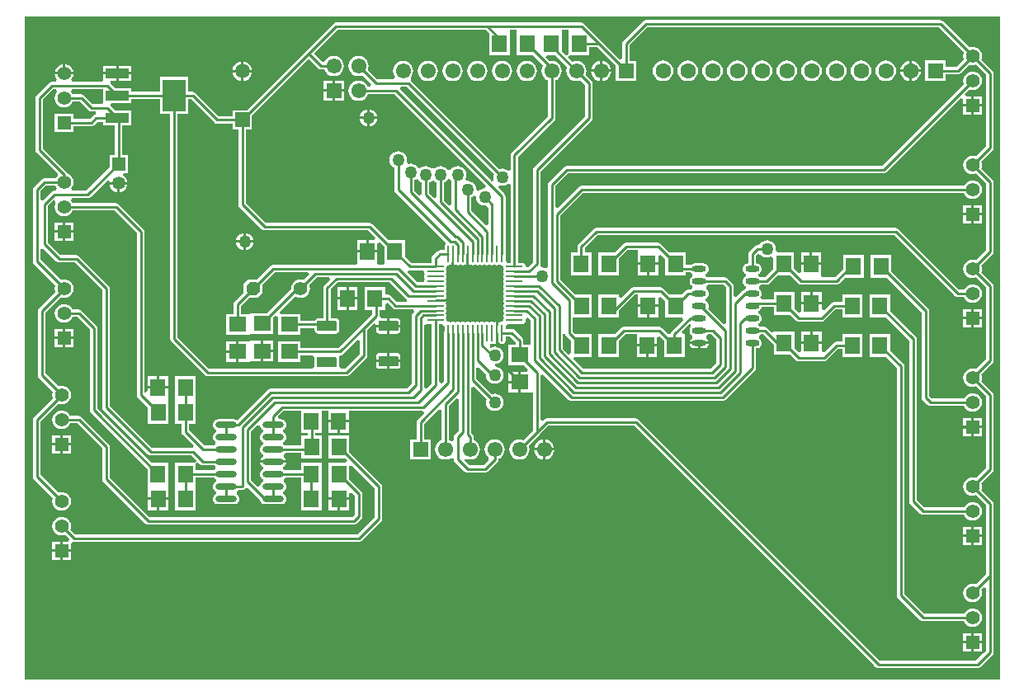
<source format=gtl>
G04 Layer_Physical_Order=1*
G04 Layer_Color=39423*
%FSLAX44Y44*%
%MOMM*%
G71*
G01*
G75*
%ADD10R,1.6000X1.8000*%
G04:AMPARAMS|DCode=11|XSize=2mm|YSize=1.1mm|CornerRadius=0.11mm|HoleSize=0mm|Usage=FLASHONLY|Rotation=0.000|XOffset=0mm|YOffset=0mm|HoleType=Round|Shape=RoundedRectangle|*
%AMROUNDEDRECTD11*
21,1,2.0000,0.8800,0,0,0.0*
21,1,1.7800,1.1000,0,0,0.0*
1,1,0.2200,0.8900,-0.4400*
1,1,0.2200,-0.8900,-0.4400*
1,1,0.2200,-0.8900,0.4400*
1,1,0.2200,0.8900,0.4400*
%
%ADD11ROUNDEDRECTD11*%
%ADD12R,1.8000X1.6000*%
%ADD13R,2.4000X3.3000*%
%ADD14R,2.4000X1.0000*%
%ADD15O,2.2000X0.6000*%
%ADD16O,1.4500X0.6000*%
%ADD17O,1.8000X0.2500*%
%ADD18O,0.2500X1.8000*%
%ADD19C,0.2540*%
%ADD20R,1.4000X1.4000*%
%ADD21C,1.4000*%
%ADD22P,1.5154X8X22.5*%
%ADD23C,1.5000*%
%ADD24R,1.5000X1.5000*%
%ADD25C,1.3500*%
%ADD26R,1.3500X1.3500*%
%ADD27R,1.5500X1.5500*%
%ADD28C,1.5500*%
%ADD29C,1.6000*%
%ADD30R,1.6000X1.6000*%
%ADD31C,1.2700*%
G36*
X1000760Y0D02*
X0D01*
Y680720D01*
X1000760D01*
Y0D01*
D02*
G37*
%LPC*%
G36*
X543612Y234950D02*
X534670D01*
Y226008D01*
X536086Y226195D01*
X538589Y227232D01*
X540739Y228881D01*
X542388Y231031D01*
X543425Y233534D01*
X543612Y234950D01*
D02*
G37*
G36*
X532130D02*
X523188D01*
X523375Y233534D01*
X524412Y231031D01*
X526061Y228881D01*
X528211Y227232D01*
X530714Y226195D01*
X532130Y226008D01*
Y234950D01*
D02*
G37*
G36*
Y246432D02*
X530714Y246245D01*
X528211Y245208D01*
X526061Y243559D01*
X524412Y241409D01*
X523375Y238906D01*
X523188Y237490D01*
X532130D01*
Y246432D01*
D02*
G37*
G36*
X47640Y240030D02*
X39370D01*
Y231760D01*
X47640D01*
Y240030D01*
D02*
G37*
G36*
X36830D02*
X28560D01*
Y231760D01*
X36830D01*
Y240030D01*
D02*
G37*
G36*
X40640Y385542D02*
X38150Y385214D01*
X35829Y384253D01*
X33836Y382724D01*
X32307Y380731D01*
X31346Y378410D01*
X31018Y375920D01*
X31346Y373430D01*
X32307Y371109D01*
X33836Y369116D01*
X35829Y367587D01*
X38150Y366626D01*
X40640Y366298D01*
X43130Y366626D01*
X45451Y367587D01*
X47444Y369116D01*
X48973Y371109D01*
X49357Y372035D01*
X54271D01*
X67235Y359071D01*
Y276800D01*
X67531Y275313D01*
X68373Y274053D01*
X126560Y215866D01*
Y199475D01*
X126560Y199280D01*
X126620Y196765D01*
Y186690D01*
X137160D01*
X147700D01*
Y196765D01*
X147700Y196960D01*
X147640Y199475D01*
Y222360D01*
X131054D01*
X75005Y278409D01*
Y360680D01*
X74709Y362167D01*
X73867Y363427D01*
X58627Y378667D01*
X57367Y379509D01*
X55880Y379805D01*
X49357D01*
X48973Y380731D01*
X47444Y382724D01*
X45451Y384253D01*
X43130Y385214D01*
X40640Y385542D01*
D02*
G37*
G36*
X135890Y184150D02*
X126620D01*
Y173880D01*
X135890D01*
Y184150D01*
D02*
G37*
G36*
X38100Y276322D02*
X35610Y275994D01*
X33289Y275033D01*
X31296Y273504D01*
X29767Y271511D01*
X28806Y269190D01*
X28478Y266700D01*
X28806Y264210D01*
X29767Y261889D01*
X31296Y259896D01*
X33289Y258367D01*
X35610Y257406D01*
X38100Y257078D01*
X40590Y257406D01*
X42911Y258367D01*
X44904Y259896D01*
X46433Y261889D01*
X46817Y262815D01*
X54271D01*
X79935Y237151D01*
Y205740D01*
X80231Y204253D01*
X81073Y202993D01*
X124253Y159813D01*
X125513Y158971D01*
X127000Y158675D01*
X337820D01*
X339307Y158971D01*
X340567Y159813D01*
X345647Y164893D01*
X346489Y166153D01*
X346785Y167640D01*
Y190500D01*
X346489Y191987D01*
X345647Y193247D01*
X333120Y205774D01*
Y219194D01*
X335660Y220246D01*
X359335Y196571D01*
Y166709D01*
X341291Y148665D01*
X52409D01*
X47011Y154063D01*
X47394Y154990D01*
X47722Y157480D01*
X47394Y159970D01*
X46433Y162291D01*
X44904Y164284D01*
X42911Y165813D01*
X40590Y166774D01*
X38100Y167102D01*
X35610Y166774D01*
X33289Y165813D01*
X31296Y164284D01*
X29767Y162291D01*
X28806Y159970D01*
X28478Y157480D01*
X28806Y154990D01*
X29767Y152669D01*
X31296Y150676D01*
X33289Y149147D01*
X35610Y148186D01*
X38100Y147858D01*
X40590Y148186D01*
X41517Y148569D01*
X45926Y144160D01*
X44874Y141620D01*
X39370D01*
Y133350D01*
X47640D01*
Y139254D01*
X48060Y139740D01*
X50180Y141019D01*
X50800Y140895D01*
X342900D01*
X344387Y141191D01*
X345647Y142033D01*
X365967Y162353D01*
X366809Y163613D01*
X367105Y165100D01*
Y198180D01*
X366809Y199667D01*
X365967Y200927D01*
X333180Y233714D01*
Y250300D01*
X312100D01*
Y227220D01*
X328686D01*
X331006Y224900D01*
X329954Y222360D01*
X312040D01*
Y199500D01*
X312040Y199280D01*
X312040D01*
Y196960D01*
X312040D01*
Y186690D01*
X322580D01*
Y185420D01*
D01*
Y186690D01*
X333120D01*
Y191468D01*
X335467Y192440D01*
X339015Y188891D01*
Y169249D01*
X336211Y166445D01*
X128609D01*
X87705Y207349D01*
Y238760D01*
X87409Y240247D01*
X86567Y241507D01*
X58627Y269447D01*
X57367Y270289D01*
X55880Y270585D01*
X46817D01*
X46433Y271511D01*
X44904Y273504D01*
X42911Y275033D01*
X40590Y275994D01*
X38100Y276322D01*
D02*
G37*
G36*
X147700Y184150D02*
X138430D01*
Y173880D01*
X147700D01*
Y184150D01*
D02*
G37*
G36*
X333120D02*
X323850D01*
Y173880D01*
X333120D01*
Y184150D01*
D02*
G37*
G36*
X321310D02*
X312040D01*
Y173880D01*
X321310D01*
Y184150D01*
D02*
G37*
G36*
X39370Y349250D02*
X31100D01*
Y340980D01*
X39370D01*
Y349250D01*
D02*
G37*
G36*
X506730Y315987D02*
X496460D01*
Y306717D01*
X506730D01*
Y315987D01*
D02*
G37*
G36*
X50180Y349250D02*
X41910D01*
Y340980D01*
X50180D01*
Y349250D01*
D02*
G37*
G36*
Y360060D02*
X41910D01*
Y351790D01*
X50180D01*
Y360060D01*
D02*
G37*
G36*
X39370D02*
X31100D01*
Y351790D01*
X39370D01*
Y360060D01*
D02*
G37*
G36*
X506730Y304177D02*
X496460D01*
Y294907D01*
X506730D01*
Y304177D01*
D02*
G37*
G36*
X36830Y250840D02*
X28560D01*
Y242570D01*
X36830D01*
Y250840D01*
D02*
G37*
G36*
X534670Y246432D02*
Y237490D01*
X543612D01*
X543425Y238906D01*
X542388Y241409D01*
X540739Y243559D01*
X538589Y245208D01*
X536086Y246245D01*
X534670Y246432D01*
D02*
G37*
G36*
X47640Y250840D02*
X39370D01*
Y242570D01*
X47640D01*
Y250840D01*
D02*
G37*
G36*
X332896Y263652D02*
X323626D01*
Y253382D01*
X332896D01*
Y263652D01*
D02*
G37*
G36*
X321086D02*
X311816D01*
Y253382D01*
X321086D01*
Y263652D01*
D02*
G37*
G36*
X39370Y631755D02*
X38150Y631594D01*
X35829Y630633D01*
X33836Y629104D01*
X32307Y627111D01*
X31346Y624790D01*
X31185Y623570D01*
X39370D01*
Y631755D01*
D02*
G37*
G36*
X41910D02*
Y623570D01*
X50095D01*
X49934Y624790D01*
X48973Y627111D01*
X47444Y629104D01*
X45451Y630633D01*
X43130Y631594D01*
X41910Y631755D01*
D02*
G37*
G36*
X36830Y130810D02*
X28560D01*
Y122540D01*
X36830D01*
Y130810D01*
D02*
G37*
G36*
X110000Y621170D02*
X96730D01*
Y614900D01*
X110000D01*
Y621170D01*
D02*
G37*
G36*
X94190Y629980D02*
X80920D01*
Y623710D01*
X94190D01*
Y629980D01*
D02*
G37*
G36*
X224790Y634399D02*
Y625710D01*
X233479D01*
X233302Y627061D01*
X232290Y629503D01*
X230681Y631601D01*
X228583Y633210D01*
X226141Y634222D01*
X224790Y634399D01*
D02*
G37*
G36*
X939800Y676985D02*
X637540D01*
X636053Y676689D01*
X634793Y675847D01*
X614473Y655527D01*
X613631Y654267D01*
X613335Y652780D01*
Y637811D01*
X610795Y636758D01*
X592027Y655527D01*
X592027Y655527D01*
X574247Y673307D01*
X572987Y674149D01*
X571500Y674445D01*
X319640D01*
X318153Y674149D01*
X316893Y673307D01*
X288953Y645367D01*
X228066Y584480D01*
X213480D01*
Y578325D01*
X199329D01*
X175467Y602187D01*
X174207Y603029D01*
X172720Y603325D01*
X168000D01*
Y618480D01*
X138920D01*
Y603325D01*
X110000D01*
Y606980D01*
X93414D01*
X88047Y612347D01*
X88027Y612360D01*
X88798Y614900D01*
X94190D01*
Y621170D01*
X80920D01*
Y616025D01*
X80920Y614900D01*
X78966Y613485D01*
X48992D01*
X48417Y614232D01*
X47850Y616025D01*
X48973Y617489D01*
X49934Y619810D01*
X50095Y621030D01*
X40640D01*
X31185D01*
X31346Y619810D01*
X32307Y617489D01*
X33430Y616025D01*
X32863Y614232D01*
X32288Y613485D01*
X27940D01*
X26453Y613189D01*
X25193Y612347D01*
X12493Y599647D01*
X11651Y598387D01*
X11355Y596900D01*
Y543560D01*
X11651Y542073D01*
X12493Y540813D01*
X33967Y519339D01*
X33836Y517344D01*
X32307Y515351D01*
X31923Y514425D01*
X20320D01*
X18833Y514129D01*
X17573Y513287D01*
X9953Y505667D01*
X9111Y504407D01*
X8815Y502920D01*
Y429260D01*
X9111Y427773D01*
X9953Y426513D01*
X31729Y404737D01*
X31346Y403810D01*
X31018Y401320D01*
X31346Y398830D01*
X31729Y397903D01*
X15033Y381207D01*
X14191Y379947D01*
X13895Y378460D01*
Y312420D01*
X14191Y310933D01*
X15033Y309673D01*
X29189Y295517D01*
X28806Y294590D01*
X28478Y292100D01*
X28806Y289610D01*
X29189Y288683D01*
X9953Y269447D01*
X9111Y268187D01*
X8815Y266700D01*
Y208280D01*
X9111Y206793D01*
X9953Y205533D01*
X29189Y186297D01*
X28806Y185370D01*
X28478Y182880D01*
X28806Y180390D01*
X29767Y178069D01*
X31296Y176076D01*
X33289Y174547D01*
X35610Y173586D01*
X38100Y173258D01*
X40590Y173586D01*
X42911Y174547D01*
X44904Y176076D01*
X46433Y178069D01*
X47394Y180390D01*
X47722Y182880D01*
X47394Y185370D01*
X46433Y187691D01*
X44904Y189684D01*
X42911Y191213D01*
X40590Y192174D01*
X38100Y192502D01*
X35610Y192174D01*
X34683Y191791D01*
X16585Y209889D01*
Y265091D01*
X34683Y283189D01*
X35610Y282806D01*
X38100Y282478D01*
X40590Y282806D01*
X42911Y283767D01*
X44904Y285296D01*
X46433Y287289D01*
X47394Y289610D01*
X47722Y292100D01*
X47394Y294590D01*
X46433Y296911D01*
X44904Y298904D01*
X42911Y300433D01*
X40590Y301394D01*
X38100Y301722D01*
X35610Y301394D01*
X34683Y301011D01*
X21665Y314029D01*
Y376851D01*
X37223Y392409D01*
X38150Y392026D01*
X40640Y391698D01*
X43130Y392026D01*
X45451Y392987D01*
X47444Y394516D01*
X48973Y396509D01*
X49934Y398830D01*
X50262Y401320D01*
X49934Y403810D01*
X48973Y406131D01*
X47444Y408124D01*
X45451Y409653D01*
X43130Y410614D01*
X40640Y410942D01*
X38150Y410614D01*
X37223Y410231D01*
X16585Y430869D01*
Y441689D01*
X19125Y442742D01*
X32813Y429053D01*
X34073Y428211D01*
X35560Y427915D01*
X51731D01*
X79935Y399711D01*
Y279400D01*
X80231Y277913D01*
X81073Y276653D01*
X126793Y230933D01*
X128053Y230091D01*
X129540Y229795D01*
X171111D01*
X176061Y224846D01*
X176156Y224451D01*
X174954Y222360D01*
X173384Y222360D01*
X154560D01*
Y199475D01*
X154560Y199280D01*
X154560D01*
X154620Y196960D01*
X154620D01*
Y173880D01*
X175700D01*
Y196765D01*
X175700Y196960D01*
X175700D01*
X175640Y199280D01*
X175640D01*
Y206935D01*
X195138D01*
X195189Y206869D01*
X196346Y205981D01*
X196675Y205845D01*
Y203095D01*
X196346Y202959D01*
X195189Y202071D01*
X194301Y200914D01*
X193743Y199566D01*
X193552Y198120D01*
X193743Y196674D01*
X194301Y195326D01*
X195189Y194169D01*
X196346Y193281D01*
X196675Y193145D01*
Y190395D01*
X196346Y190259D01*
X195189Y189371D01*
X194301Y188214D01*
X193743Y186866D01*
X193552Y185420D01*
X193743Y183974D01*
X194301Y182626D01*
X195189Y181469D01*
X196346Y180581D01*
X197694Y180023D01*
X199140Y179832D01*
X215140D01*
X216586Y180023D01*
X217934Y180581D01*
X219091Y181469D01*
X219979Y182626D01*
X220537Y183974D01*
X220728Y185420D01*
X220537Y186866D01*
X219979Y188214D01*
X219091Y189371D01*
X218203Y190053D01*
X218026Y192152D01*
X218055Y192742D01*
X219693Y194235D01*
X223520D01*
X225007Y194531D01*
X226267Y195373D01*
X226697Y196017D01*
X228940Y196618D01*
X229694Y196612D01*
X241653Y184653D01*
X241743Y183974D01*
X242301Y182626D01*
X243189Y181469D01*
X244346Y180581D01*
X245694Y180023D01*
X247140Y179832D01*
X263140D01*
X264586Y180023D01*
X265934Y180581D01*
X267091Y181469D01*
X267979Y182626D01*
X268537Y183974D01*
X268728Y185420D01*
X268537Y186866D01*
X267979Y188214D01*
X267091Y189371D01*
X265934Y190259D01*
X265605Y190395D01*
Y193145D01*
X265934Y193281D01*
X267091Y194169D01*
X267979Y195326D01*
X268537Y196674D01*
X268728Y198120D01*
X268537Y199566D01*
X267979Y200914D01*
X267091Y202071D01*
X266203Y202753D01*
X266026Y204852D01*
X266055Y205442D01*
X267693Y206935D01*
X284040D01*
Y199280D01*
X284040D01*
Y196960D01*
X284040D01*
Y173880D01*
X305120D01*
Y196960D01*
X305120D01*
Y199280D01*
X305120D01*
Y222360D01*
X284040D01*
Y214705D01*
X267142D01*
X267091Y214771D01*
X265934Y215659D01*
X265605Y215795D01*
Y218545D01*
X265934Y218681D01*
X267091Y219569D01*
X267979Y220726D01*
X268537Y222074D01*
X268561Y222250D01*
X255140D01*
X241719D01*
X241743Y222074D01*
X242301Y220726D01*
X243189Y219569D01*
X244346Y218681D01*
X244675Y218545D01*
Y215795D01*
X244346Y215659D01*
X243189Y214771D01*
X242301Y213614D01*
X241743Y212266D01*
X241552Y210820D01*
X241743Y209374D01*
X242301Y208026D01*
X243189Y206869D01*
X244346Y205981D01*
X244675Y205845D01*
Y203095D01*
X244346Y202959D01*
X243189Y202071D01*
X242301Y200914D01*
X241743Y199566D01*
X241693Y199193D01*
X239104Y198190D01*
X232485Y204809D01*
Y254931D01*
X239104Y261550D01*
X241693Y260548D01*
X241743Y260174D01*
X242301Y258826D01*
X243189Y257669D01*
X244346Y256781D01*
X244675Y256645D01*
Y253895D01*
X244346Y253759D01*
X243189Y252871D01*
X242301Y251714D01*
X241743Y250366D01*
X241552Y248920D01*
X241743Y247474D01*
X242301Y246126D01*
X243189Y244969D01*
X244346Y244081D01*
X244675Y243945D01*
Y241195D01*
X244346Y241059D01*
X243189Y240171D01*
X242301Y239014D01*
X241743Y237666D01*
X241552Y236220D01*
X241743Y234774D01*
X242301Y233426D01*
X243189Y232269D01*
X244346Y231381D01*
X244675Y231245D01*
Y228495D01*
X244346Y228359D01*
X243189Y227471D01*
X242301Y226314D01*
X241743Y224966D01*
X241719Y224790D01*
X255140D01*
X268561D01*
X268537Y224966D01*
X267979Y226314D01*
X267091Y227471D01*
X266203Y228153D01*
X266026Y230252D01*
X266055Y230842D01*
X267693Y232335D01*
X284100D01*
Y227220D01*
X305180D01*
Y250300D01*
X298525D01*
Y253382D01*
X304896D01*
Y275515D01*
X311816D01*
Y266192D01*
X322356D01*
X332896D01*
Y275515D01*
X408670D01*
X409180Y274884D01*
X409854Y273107D01*
X403653Y266907D01*
X402811Y265647D01*
X402515Y264160D01*
Y246510D01*
X396110D01*
Y225930D01*
X416690D01*
Y246510D01*
X410285D01*
Y262551D01*
X425569Y277835D01*
X427915Y276863D01*
Y245749D01*
X426611Y245208D01*
X424461Y243559D01*
X422812Y241409D01*
X421775Y238906D01*
X421421Y236220D01*
X421775Y233534D01*
X422812Y231031D01*
X424461Y228881D01*
X426611Y227232D01*
X429114Y226195D01*
X431800Y225841D01*
X434486Y226195D01*
X436989Y227232D01*
X438075Y228065D01*
X440615Y226812D01*
Y226060D01*
X440911Y224573D01*
X441753Y223313D01*
X451913Y213153D01*
X453173Y212311D01*
X454660Y212015D01*
X472440D01*
X473927Y212311D01*
X475187Y213153D01*
X485347Y223313D01*
X486189Y224573D01*
X486485Y226060D01*
Y226691D01*
X487789Y227232D01*
X489939Y228881D01*
X491588Y231031D01*
X492625Y233534D01*
X492979Y236220D01*
X492625Y238906D01*
X491588Y241409D01*
X489939Y243559D01*
X487789Y245208D01*
X485286Y246245D01*
X482600Y246599D01*
X479914Y246245D01*
X477411Y245208D01*
X475261Y243559D01*
X473612Y241409D01*
X472575Y238906D01*
X472221Y236220D01*
X472575Y233534D01*
X473612Y231031D01*
X475261Y228881D01*
X475869Y228415D01*
X476179Y225132D01*
X470831Y219785D01*
X456269D01*
X451261Y224793D01*
X452700Y226946D01*
X454514Y226195D01*
X457200Y225841D01*
X459886Y226195D01*
X462389Y227232D01*
X464539Y228881D01*
X466188Y231031D01*
X467225Y233534D01*
X467579Y236220D01*
X467225Y238906D01*
X466188Y241409D01*
X464539Y243559D01*
X462389Y245208D01*
X461085Y245749D01*
Y248920D01*
X460789Y250407D01*
X459947Y251667D01*
X458665Y252949D01*
Y299603D01*
X461011Y300575D01*
X474187Y287400D01*
X473939Y286801D01*
X473633Y284480D01*
X473939Y282159D01*
X474835Y279997D01*
X476260Y278140D01*
X478117Y276715D01*
X480279Y275819D01*
X482600Y275513D01*
X484921Y275819D01*
X487083Y276715D01*
X488940Y278140D01*
X490365Y279997D01*
X491261Y282159D01*
X491567Y284480D01*
X491261Y286801D01*
X490365Y288963D01*
X488940Y290820D01*
X487083Y292245D01*
X484921Y293141D01*
X482600Y293447D01*
X480279Y293141D01*
X479680Y292893D01*
X463665Y308909D01*
Y320003D01*
X466011Y320975D01*
X473742Y313244D01*
X473633Y312420D01*
X473939Y310099D01*
X474835Y307937D01*
X476260Y306080D01*
X478117Y304655D01*
X480279Y303759D01*
X482600Y303453D01*
X484921Y303759D01*
X487083Y304655D01*
X488940Y306080D01*
X490365Y307937D01*
X491261Y310099D01*
X491567Y312420D01*
X491261Y314741D01*
X490365Y316903D01*
X488940Y318760D01*
X487083Y320185D01*
X484921Y321081D01*
X483266Y321299D01*
Y323861D01*
X484921Y324079D01*
X487083Y324975D01*
X488940Y326400D01*
X490365Y328257D01*
X491261Y330419D01*
X491567Y332740D01*
X491261Y335061D01*
X490365Y337223D01*
X488940Y339080D01*
X487083Y340505D01*
X484921Y341401D01*
X482600Y341707D01*
X480279Y341401D01*
X478501Y340665D01*
X478234Y340851D01*
X477780Y343925D01*
X478301Y344420D01*
X479780Y344126D01*
X481259Y344420D01*
X482280Y345102D01*
X483301Y344420D01*
X483510Y344378D01*
Y347312D01*
X483645Y347990D01*
Y355740D01*
Y363490D01*
X483510Y364168D01*
Y367102D01*
X483301Y367060D01*
X482280Y366378D01*
X481259Y367060D01*
X479780Y367354D01*
X478301Y367060D01*
X477280Y366378D01*
X476259Y367060D01*
X474780Y367354D01*
X473301Y367060D01*
X472280Y366378D01*
X471259Y367060D01*
X469780Y367354D01*
X468301Y367060D01*
X467280Y366378D01*
X466259Y367060D01*
X464780Y367354D01*
X463301Y367060D01*
X462280Y366378D01*
X461259Y367060D01*
X459780Y367354D01*
X458301Y367060D01*
X457280Y366378D01*
X456259Y367060D01*
X454780Y367354D01*
X453301Y367060D01*
X452280Y366378D01*
X451259Y367060D01*
X449780Y367354D01*
X448301Y367060D01*
X447280Y366378D01*
X446259Y367060D01*
X444780Y367354D01*
X443301Y367060D01*
X442280Y366378D01*
X441259Y367060D01*
X439780Y367354D01*
X438301Y367060D01*
X437280Y366378D01*
X436259Y367060D01*
X434780Y367354D01*
X433394Y368740D01*
X433100Y370219D01*
X432418Y371240D01*
X433100Y372261D01*
X433394Y373740D01*
X433100Y375219D01*
X432418Y376240D01*
X433100Y377261D01*
X433394Y378740D01*
X433100Y380219D01*
X432418Y381240D01*
X433100Y382261D01*
X433394Y383740D01*
X433100Y385219D01*
X432418Y386240D01*
X433100Y387261D01*
X433142Y387470D01*
X430208D01*
X429530Y387605D01*
X421883D01*
X421780Y387625D01*
Y389823D01*
X422044Y389875D01*
X429530D01*
X430207Y390010D01*
X433142D01*
X433100Y390219D01*
X432418Y391240D01*
X433100Y392261D01*
X433394Y393740D01*
X433100Y395219D01*
X432418Y396240D01*
X433100Y397261D01*
X433394Y398740D01*
X433100Y400219D01*
X432418Y401240D01*
X433100Y402261D01*
X433394Y403740D01*
X433100Y405219D01*
X432418Y406240D01*
X433100Y407261D01*
X433394Y408740D01*
X433100Y410219D01*
X432418Y411240D01*
X433100Y412261D01*
X433394Y413740D01*
X433100Y415219D01*
X432418Y416240D01*
X433100Y417261D01*
X433394Y418740D01*
X433100Y420219D01*
X432418Y421240D01*
X433100Y422261D01*
X433394Y423740D01*
X434780Y425126D01*
X436259Y425420D01*
X437280Y426102D01*
X438301Y425420D01*
X438510Y425378D01*
Y428312D01*
X438645Y428990D01*
Y436637D01*
X438665Y436740D01*
X440895D01*
X440915Y436637D01*
Y428990D01*
X441050Y428313D01*
Y425378D01*
X441259Y425420D01*
X442280Y426102D01*
X443301Y425420D01*
X444780Y425126D01*
X446259Y425420D01*
X447280Y426102D01*
X448301Y425420D01*
X449780Y425126D01*
X451259Y425420D01*
X452280Y426102D01*
X453301Y425420D01*
X453510Y425378D01*
Y428313D01*
X453645Y428990D01*
Y436637D01*
X453665Y436740D01*
X455895D01*
X455915Y436637D01*
Y428990D01*
X456050Y428312D01*
Y425378D01*
X456259Y425420D01*
X457280Y426102D01*
X458301Y425420D01*
X459780Y425126D01*
X461259Y425420D01*
X462280Y426102D01*
X463301Y425420D01*
X464780Y425126D01*
X466259Y425420D01*
X467280Y426102D01*
X468301Y425420D01*
X469780Y425126D01*
X471259Y425420D01*
X472280Y426102D01*
X473301Y425420D01*
X474780Y425126D01*
X476259Y425420D01*
X477280Y426102D01*
X478301Y425420D01*
X479780Y425126D01*
X481259Y425420D01*
X482280Y426102D01*
X483301Y425420D01*
X484780Y425126D01*
X486259Y425420D01*
X487280Y426102D01*
X488301Y425420D01*
X489780Y425126D01*
X491166Y423740D01*
X491460Y422261D01*
X492142Y421240D01*
X491460Y420219D01*
X491166Y418740D01*
X491460Y417261D01*
X492142Y416240D01*
X491460Y415219D01*
X491166Y413740D01*
X491460Y412261D01*
X492142Y411240D01*
X491460Y410219D01*
X491166Y408740D01*
X491460Y407261D01*
X492142Y406240D01*
X491460Y405219D01*
X491166Y403740D01*
X491460Y402261D01*
X492142Y401240D01*
X491460Y400219D01*
X491166Y398740D01*
X491460Y397261D01*
X492142Y396240D01*
X491460Y395219D01*
X491166Y393740D01*
X491460Y392261D01*
X492142Y391240D01*
X491460Y390219D01*
X491166Y388740D01*
X491460Y387261D01*
X492142Y386240D01*
X491460Y385219D01*
X491166Y383740D01*
X491460Y382261D01*
X492142Y381240D01*
X491460Y380219D01*
X491166Y378740D01*
X491460Y377261D01*
X492142Y376240D01*
X491460Y375219D01*
X491166Y373740D01*
X491460Y372261D01*
X492142Y371240D01*
X491460Y370219D01*
X491166Y368740D01*
X489780Y367354D01*
X488301Y367060D01*
X487280Y366378D01*
X486259Y367060D01*
X486050Y367102D01*
Y364168D01*
X485915Y363490D01*
Y355843D01*
X485895Y355740D01*
X485915Y355638D01*
Y347990D01*
X486050Y347312D01*
Y344378D01*
X486259Y344420D01*
X487280Y345102D01*
X488301Y344420D01*
X489780Y344126D01*
X491259Y344420D01*
X492512Y345258D01*
X493350Y346511D01*
X493644Y347990D01*
Y351855D01*
X498631D01*
X503959Y346527D01*
X503737Y343988D01*
X496460D01*
Y322907D01*
X512339D01*
X516912Y318334D01*
X515940Y315987D01*
X509270D01*
Y305448D01*
Y294907D01*
X519540D01*
Y294907D01*
X521895Y294462D01*
Y255609D01*
X511991Y245705D01*
X510686Y246245D01*
X508000Y246599D01*
X505314Y246245D01*
X502811Y245208D01*
X500661Y243559D01*
X499012Y241409D01*
X497975Y238906D01*
X497621Y236220D01*
X497975Y233534D01*
X499012Y231031D01*
X500661Y228881D01*
X502811Y227232D01*
X505314Y226195D01*
X508000Y225841D01*
X510686Y226195D01*
X513189Y227232D01*
X515339Y228881D01*
X516988Y231031D01*
X518025Y233534D01*
X518379Y236220D01*
X518025Y238906D01*
X517485Y240211D01*
X528527Y251253D01*
X528527Y251253D01*
X537549Y260275D01*
X625771D01*
X873553Y12493D01*
X874813Y11651D01*
X876300Y11355D01*
X977900D01*
X979387Y11651D01*
X980647Y12493D01*
X993347Y25193D01*
X994189Y26453D01*
X994485Y27940D01*
Y106680D01*
Y180340D01*
X994189Y181827D01*
X993347Y183087D01*
X981731Y194703D01*
X982114Y195630D01*
X982442Y198120D01*
X982114Y200610D01*
X981731Y201537D01*
X993347Y213153D01*
X994189Y214413D01*
X994485Y215900D01*
Y292100D01*
X994189Y293587D01*
X993347Y294847D01*
X981731Y306463D01*
X982114Y307390D01*
X982442Y309880D01*
X982114Y312370D01*
X981731Y313297D01*
X993347Y324913D01*
X994189Y326173D01*
X994485Y327660D01*
Y403860D01*
X994189Y405347D01*
X993347Y406607D01*
X981731Y418223D01*
X982114Y419150D01*
X982442Y421640D01*
X982114Y424130D01*
X981731Y425057D01*
X993347Y436673D01*
X994189Y437933D01*
X994485Y439420D01*
Y510540D01*
X994189Y512027D01*
X993347Y513287D01*
X981731Y524903D01*
X982114Y525830D01*
X982442Y528320D01*
X982114Y530810D01*
X981731Y531737D01*
X993347Y543353D01*
X994189Y544613D01*
X994485Y546100D01*
Y622300D01*
X994189Y623787D01*
X993347Y625047D01*
X981731Y636663D01*
X982114Y637590D01*
X982442Y640080D01*
X982114Y642570D01*
X981153Y644891D01*
X979624Y646884D01*
X977631Y648413D01*
X975310Y649374D01*
X972820Y649702D01*
X970330Y649374D01*
X969403Y648991D01*
X942547Y675847D01*
X941287Y676689D01*
X939800Y676985D01*
D02*
G37*
G36*
X110000Y629980D02*
X96730D01*
Y623710D01*
X110000D01*
Y629980D01*
D02*
G37*
G36*
X222250Y634399D02*
X220899Y634222D01*
X218457Y633210D01*
X216359Y631601D01*
X214750Y629503D01*
X213738Y627061D01*
X213561Y625710D01*
X222250D01*
Y634399D01*
D02*
G37*
G36*
Y623170D02*
X213561D01*
X213738Y621819D01*
X214750Y619377D01*
X216359Y617279D01*
X218457Y615670D01*
X220899Y614658D01*
X222250Y614481D01*
Y623170D01*
D02*
G37*
G36*
X47640Y130810D02*
X39370D01*
Y122540D01*
X47640D01*
Y130810D01*
D02*
G37*
G36*
X36830Y141620D02*
X28560D01*
Y133350D01*
X36830D01*
Y141620D01*
D02*
G37*
G36*
X233479Y623170D02*
X224790D01*
Y614481D01*
X226141Y614658D01*
X228583Y615670D01*
X230681Y617279D01*
X232290Y619377D01*
X233302Y621819D01*
X233479Y623170D01*
D02*
G37*
%LPD*%
G36*
X404444Y512726D02*
X405140Y511820D01*
X406997Y510395D01*
X407595Y510147D01*
Y498111D01*
X406964Y497600D01*
X405187Y496926D01*
X400125Y501989D01*
Y512687D01*
X400723Y512935D01*
X401140Y513255D01*
X403415Y513628D01*
X404444Y512726D01*
D02*
G37*
G36*
X420784Y511509D02*
X422237Y510395D01*
X422835Y510147D01*
Y495297D01*
X420489Y494325D01*
X415365Y499449D01*
Y510147D01*
X415963Y510395D01*
X417416Y511509D01*
X418981Y511832D01*
X419219D01*
X420784Y511509D01*
D02*
G37*
G36*
X32307Y505729D02*
X33430Y504265D01*
X32863Y502472D01*
X32288Y501725D01*
X30480D01*
X28993Y501429D01*
X27733Y500587D01*
X19125Y491978D01*
X16585Y493031D01*
Y501311D01*
X21929Y506655D01*
X31923D01*
X32307Y505729D01*
D02*
G37*
G36*
X755193Y436227D02*
X755660Y435620D01*
X757517Y434195D01*
X759679Y433299D01*
X762000Y432993D01*
X764321Y433299D01*
X766131Y434049D01*
X767400Y433557D01*
X768671Y432672D01*
Y421674D01*
X759822Y412825D01*
X755012D01*
X754961Y412891D01*
X753804Y413779D01*
X753475Y413915D01*
Y416665D01*
X753804Y416801D01*
X754961Y417689D01*
X755849Y418846D01*
X756407Y420194D01*
X756598Y421640D01*
X756407Y423086D01*
X755849Y424434D01*
X754961Y425591D01*
X753804Y426479D01*
X752456Y427037D01*
X751010Y427228D01*
X750645D01*
Y434809D01*
X752647Y436569D01*
X755193Y436227D01*
D02*
G37*
G36*
X430049Y364009D02*
X430916Y362562D01*
Y357279D01*
X430881Y357227D01*
X430585Y355740D01*
Y306539D01*
X428205Y304158D01*
X425665Y305210D01*
Y364876D01*
X428602D01*
X430049Y364009D01*
D02*
G37*
G36*
X497240Y508951D02*
X498895Y508150D01*
Y427604D01*
X495958D01*
X494511Y428471D01*
X493644Y429918D01*
Y436637D01*
X493665Y436740D01*
Y495740D01*
X493369Y497227D01*
X492527Y498487D01*
X486030Y504984D01*
X487469Y507137D01*
X487899Y506959D01*
X490220Y506653D01*
X492541Y506959D01*
X494703Y507855D01*
X496355Y509122D01*
X497240Y508951D01*
D02*
G37*
G36*
X138920Y580400D02*
X149575D01*
Y349460D01*
X149871Y347973D01*
X150713Y346713D01*
X185213Y312213D01*
X186473Y311371D01*
X187960Y311075D01*
X330200D01*
X331687Y311371D01*
X332947Y312213D01*
X350727Y329993D01*
X351569Y331253D01*
X351865Y332740D01*
Y359071D01*
X358229Y365435D01*
X360769Y364383D01*
Y364277D01*
X372110D01*
Y371119D01*
X366574D01*
X364565Y373380D01*
Y379620D01*
X369980D01*
Y385474D01*
X372520Y386526D01*
X378053Y380993D01*
X379313Y380151D01*
X380800Y379855D01*
X399419D01*
X400391Y377509D01*
X398573Y375691D01*
X397731Y374431D01*
X397435Y372944D01*
Y303869D01*
X392091Y298525D01*
X252332D01*
X250845Y298229D01*
X249585Y297387D01*
X218343Y266145D01*
X217934Y266459D01*
X216586Y267017D01*
X215140Y267208D01*
X199140D01*
X197694Y267017D01*
X196346Y266459D01*
X195189Y265571D01*
X194301Y264414D01*
X193743Y263066D01*
X193552Y261620D01*
X193743Y260174D01*
X194301Y258826D01*
X195189Y257669D01*
X196346Y256781D01*
X196675Y256645D01*
Y253895D01*
X196346Y253759D01*
X195189Y252871D01*
X194301Y251714D01*
X193743Y250366D01*
X193552Y248920D01*
X193743Y247474D01*
X194301Y246126D01*
X195189Y244969D01*
X196077Y244287D01*
X196254Y242188D01*
X196225Y241598D01*
X194587Y240105D01*
X184549D01*
X169045Y255609D01*
Y262780D01*
X175700D01*
Y285665D01*
X175700Y285860D01*
X175700D01*
X175640Y288180D01*
X175640D01*
Y311260D01*
X154560D01*
Y288375D01*
X154560Y288180D01*
X154560D01*
X154620Y285860D01*
X154620D01*
Y262780D01*
X161275D01*
Y254000D01*
X161571Y252513D01*
X162413Y251253D01*
X173708Y239958D01*
X172920Y238050D01*
X172509Y237565D01*
X131149D01*
X87705Y281009D01*
Y401320D01*
X87409Y402807D01*
X86567Y404067D01*
X56087Y434547D01*
X54827Y435389D01*
X53340Y435685D01*
X37169D01*
X24205Y448649D01*
Y486071D01*
X30390Y492256D01*
X30555Y492320D01*
X30865Y492244D01*
X31462Y491294D01*
X32053Y489339D01*
X31346Y487630D01*
X31018Y485140D01*
X31346Y482650D01*
X32307Y480329D01*
X33836Y478336D01*
X35829Y476807D01*
X38150Y475846D01*
X40640Y475518D01*
X43130Y475846D01*
X45451Y476807D01*
X47444Y478336D01*
X48973Y480329D01*
X49357Y481255D01*
X92371D01*
X115495Y458131D01*
Y292100D01*
X115791Y290613D01*
X116633Y289353D01*
X126620Y279366D01*
Y262780D01*
X147700D01*
Y285665D01*
X147700Y285860D01*
X147700D01*
X147640Y288180D01*
X147640D01*
Y298450D01*
X137100D01*
X126560D01*
Y295849D01*
X124020Y294563D01*
X123265Y295117D01*
Y459740D01*
X122969Y461227D01*
X122127Y462487D01*
X96727Y487887D01*
X95467Y488729D01*
X93980Y489025D01*
X49357D01*
X48973Y489951D01*
X47850Y491415D01*
X48417Y493208D01*
X48992Y493955D01*
X64963D01*
X66449Y494251D01*
X67709Y495093D01*
X85122Y512506D01*
X85472Y512404D01*
X87384Y511175D01*
X87317Y510667D01*
X96520D01*
X105723D01*
X105571Y511823D01*
X104635Y514082D01*
X103146Y516023D01*
X101205Y517512D01*
X101072Y517567D01*
X101577Y520107D01*
X105810D01*
Y538687D01*
X100405D01*
Y568900D01*
X110000D01*
Y583980D01*
X93414D01*
X88034Y589360D01*
X88072Y589902D01*
X88867Y591900D01*
X110000D01*
Y595555D01*
X138920D01*
Y580400D01*
D02*
G37*
G36*
X555211Y354113D02*
X556053Y352853D01*
X560960Y347946D01*
Y334947D01*
X558420Y333895D01*
X552525Y339790D01*
Y354599D01*
X555065Y354849D01*
X555211Y354113D01*
D02*
G37*
G36*
X463526Y495698D02*
X463473Y495300D01*
X463779Y492979D01*
X464675Y490817D01*
X466100Y488960D01*
X467957Y487535D01*
X470119Y486639D01*
X472440Y486333D01*
X473400Y486460D01*
X475717Y484719D01*
X475895Y484360D01*
Y467637D01*
X473549Y466665D01*
X458545Y481669D01*
Y494907D01*
X459143Y495155D01*
X461000Y496580D01*
X461096Y496704D01*
X463526Y495698D01*
D02*
G37*
G36*
X313395Y410329D02*
X307633Y404567D01*
X306791Y403307D01*
X306495Y401820D01*
Y371119D01*
X301480D01*
X300060Y370836D01*
X298856Y370032D01*
X298051Y368828D01*
X297967Y368405D01*
X283320D01*
Y375060D01*
X262724D01*
X261672Y377600D01*
X277758Y393686D01*
X278669Y392987D01*
X280990Y392026D01*
X283480Y391698D01*
X285970Y392026D01*
X288291Y392987D01*
X290284Y394516D01*
X291813Y396509D01*
X292774Y398830D01*
X293102Y401320D01*
X292774Y403810D01*
X292391Y404737D01*
X300329Y412675D01*
X312423D01*
X313395Y410329D01*
D02*
G37*
G36*
X414030Y364876D02*
X417895D01*
Y304009D01*
X412825Y298938D01*
X410285Y299991D01*
Y363629D01*
X412293Y364994D01*
X412825Y365116D01*
X414030Y364876D01*
D02*
G37*
G36*
X437059Y513253D02*
X438075Y511929D01*
Y487677D01*
X435729Y486705D01*
X430605Y491829D01*
Y510147D01*
X431203Y510395D01*
X433060Y511820D01*
X434161Y513253D01*
X435610Y513492D01*
X437059Y513253D01*
D02*
G37*
G36*
X292075Y415409D02*
X286897Y410231D01*
X285970Y410614D01*
X283480Y410942D01*
X280990Y410614D01*
X278669Y409653D01*
X276676Y408124D01*
X275147Y406131D01*
X274186Y403810D01*
X273858Y401320D01*
X273921Y400836D01*
X248886Y375802D01*
X232313D01*
X232300Y375802D01*
X232300Y375802D01*
X229980Y375303D01*
X229980Y375303D01*
X222325D01*
Y383471D01*
X230634Y391780D01*
X239450D01*
X244220Y396550D01*
Y405366D01*
X256609Y417755D01*
X291103D01*
X292075Y415409D01*
D02*
G37*
G36*
X395440Y419855D02*
X409250D01*
X410166Y418740D01*
X410460Y417261D01*
X411142Y416240D01*
X410460Y415219D01*
X410166Y413740D01*
X410460Y412261D01*
X411142Y411240D01*
X410460Y410219D01*
X410166Y408740D01*
X409316Y407705D01*
X402969D01*
X393402Y417272D01*
X394007Y419997D01*
X394155Y420111D01*
X395440Y419855D01*
D02*
G37*
G36*
X80920Y591900D02*
X78908Y590625D01*
X70189D01*
X61167Y599647D01*
X59907Y600489D01*
X58420Y600785D01*
X49357D01*
X48973Y601711D01*
X47850Y603175D01*
X48417Y604968D01*
X48992Y605715D01*
X80920D01*
Y591900D01*
D02*
G37*
G36*
X558420Y664320D02*
X558420D01*
Y641926D01*
X556139Y640615D01*
X551500Y645254D01*
Y664320D01*
X551500D01*
X551946Y666675D01*
X557974D01*
X558420Y664320D01*
D02*
G37*
G36*
X720015Y402251D02*
Y365778D01*
X717669Y364806D01*
X701460Y381014D01*
X701907Y382094D01*
X702098Y383540D01*
X701907Y384986D01*
X701349Y386334D01*
X700461Y387491D01*
X699304Y388379D01*
X698975Y388515D01*
Y391265D01*
X699304Y391401D01*
X700461Y392289D01*
X701349Y393446D01*
X701907Y394794D01*
X702098Y396240D01*
X701907Y397686D01*
X701349Y399034D01*
X700461Y400191D01*
X699573Y400873D01*
X699396Y402972D01*
X699425Y403562D01*
X701063Y405055D01*
X717211D01*
X720015Y402251D01*
D02*
G37*
G36*
X283816Y253382D02*
X290755D01*
Y250300D01*
X284100D01*
Y240105D01*
X267142D01*
X267091Y240171D01*
X265934Y241059D01*
X265605Y241195D01*
Y243945D01*
X265934Y244081D01*
X267091Y244969D01*
X267979Y246126D01*
X268537Y247474D01*
X268728Y248920D01*
X268537Y250366D01*
X267979Y251714D01*
X267091Y252871D01*
X265934Y253759D01*
X265605Y253895D01*
Y256645D01*
X265934Y256781D01*
X267091Y257669D01*
X267979Y258826D01*
X268537Y260174D01*
X268728Y261620D01*
X268537Y263066D01*
X267979Y264414D01*
X267091Y265571D01*
X265934Y266459D01*
X264586Y267017D01*
X263140Y267208D01*
X261054D01*
X260002Y269748D01*
X265769Y275515D01*
X283816D01*
Y253382D01*
D02*
G37*
G36*
X178126Y222781D02*
X180133Y220773D01*
X181393Y219931D01*
X182880Y219635D01*
X195138D01*
X195189Y219569D01*
X196077Y218887D01*
X196254Y216788D01*
X196225Y216198D01*
X194587Y214705D01*
X175640D01*
Y219926D01*
X175640Y221674D01*
X177731Y222876D01*
X178126Y222781D01*
D02*
G37*
G36*
X963909Y643497D02*
X963526Y642570D01*
X963198Y640080D01*
X963526Y637590D01*
X963909Y636663D01*
X955971Y628725D01*
X945260D01*
Y635380D01*
X924180D01*
Y614300D01*
X945260D01*
Y620955D01*
X957580D01*
X959067Y621251D01*
X960327Y622093D01*
X969403Y631169D01*
X970330Y630786D01*
X972820Y630458D01*
X975310Y630786D01*
X976237Y631169D01*
X986715Y620691D01*
Y547709D01*
X976237Y537231D01*
X975310Y537614D01*
X972820Y537942D01*
X970330Y537614D01*
X968009Y536653D01*
X966016Y535124D01*
X964487Y533131D01*
X963526Y530810D01*
X963198Y528320D01*
X963526Y525830D01*
X964487Y523509D01*
X966016Y521516D01*
X968009Y519987D01*
X970330Y519026D01*
X972820Y518698D01*
X975310Y519026D01*
X976237Y519409D01*
X986715Y508931D01*
Y441029D01*
X976237Y430551D01*
X975310Y430934D01*
X972820Y431262D01*
X970330Y430934D01*
X968009Y429973D01*
X966016Y428444D01*
X964487Y426451D01*
X963526Y424130D01*
X963198Y421640D01*
X963526Y419150D01*
X964487Y416829D01*
X966016Y414836D01*
X968009Y413307D01*
X970330Y412346D01*
X972820Y412018D01*
X975310Y412346D01*
X976237Y412729D01*
X986715Y402251D01*
Y329269D01*
X976237Y318791D01*
X975310Y319174D01*
X972820Y319502D01*
X970330Y319174D01*
X968009Y318213D01*
X966016Y316684D01*
X964487Y314691D01*
X963526Y312370D01*
X963198Y309880D01*
X963526Y307390D01*
X964487Y305069D01*
X966016Y303076D01*
X968009Y301547D01*
X970330Y300586D01*
X972820Y300258D01*
X975310Y300586D01*
X976237Y300969D01*
X986715Y290491D01*
Y217509D01*
X976237Y207031D01*
X975310Y207414D01*
X972820Y207742D01*
X970330Y207414D01*
X968009Y206453D01*
X966016Y204924D01*
X964487Y202931D01*
X963526Y200610D01*
X963198Y198120D01*
X963526Y195630D01*
X964487Y193309D01*
X966016Y191316D01*
X968009Y189787D01*
X970330Y188826D01*
X972820Y188498D01*
X975310Y188826D01*
X976237Y189209D01*
X986715Y178731D01*
Y108289D01*
X976237Y97811D01*
X975310Y98194D01*
X972820Y98522D01*
X970330Y98194D01*
X968009Y97233D01*
X966016Y95704D01*
X964487Y93711D01*
X963526Y91390D01*
X963198Y88900D01*
X963526Y86410D01*
X964487Y84089D01*
X966016Y82096D01*
X968009Y80567D01*
X970330Y79606D01*
X972820Y79278D01*
X975310Y79606D01*
X977631Y80567D01*
X979624Y82096D01*
X981153Y84089D01*
X982114Y86410D01*
X982442Y88900D01*
X982114Y91390D01*
X981731Y92317D01*
X984369Y94955D01*
X986715Y93983D01*
Y29549D01*
X984316Y27150D01*
X982360Y28786D01*
X982360Y31007D01*
Y36830D01*
X974090D01*
Y28560D01*
X979830D01*
X982134Y28560D01*
X983771Y26604D01*
X976291Y19125D01*
X877909D01*
X630127Y266907D01*
X628867Y267749D01*
X627380Y268045D01*
X535940D01*
X534453Y267749D01*
X533193Y266907D01*
X532011Y265725D01*
X529665Y266697D01*
Y312150D01*
X532205Y313202D01*
X558593Y286813D01*
X559853Y285971D01*
X561340Y285675D01*
X716280D01*
X717767Y285971D01*
X719027Y286813D01*
X749507Y317293D01*
X750349Y318553D01*
X750645Y320040D01*
Y339852D01*
X751010D01*
X752456Y340043D01*
X753804Y340601D01*
X754961Y341489D01*
X755849Y342646D01*
X756407Y343994D01*
X756598Y345440D01*
X756407Y346886D01*
X755849Y348234D01*
X754961Y349391D01*
X754073Y350073D01*
X753896Y352172D01*
X753925Y352762D01*
X755563Y354255D01*
X757851D01*
X768925Y343181D01*
Y333900D01*
X785512D01*
X791959Y327453D01*
X793219Y326611D01*
X794706Y326315D01*
X820420D01*
X821907Y326611D01*
X823167Y327453D01*
X834729Y339015D01*
X839060D01*
Y331360D01*
X860140D01*
Y354440D01*
X839060D01*
Y346785D01*
X833120D01*
X831633Y346489D01*
X830373Y345647D01*
X820546Y335819D01*
X818006Y336871D01*
Y344170D01*
X807466D01*
Y345440D01*
D01*
Y344170D01*
X796926D01*
Y337066D01*
X794386Y336014D01*
X790005Y340394D01*
Y356980D01*
X768925D01*
Y356980D01*
X766937Y356156D01*
X762207Y360887D01*
X760947Y361729D01*
X759460Y362025D01*
X755012D01*
X754961Y362091D01*
X753804Y362979D01*
X753475Y363115D01*
Y365865D01*
X753804Y366001D01*
X754961Y366889D01*
X755849Y368046D01*
X756407Y369394D01*
X756598Y370840D01*
X756407Y372286D01*
X755849Y373634D01*
X754961Y374791D01*
X753804Y375679D01*
X753475Y375815D01*
Y378565D01*
X753804Y378701D01*
X754961Y379589D01*
X755849Y380746D01*
X756407Y382094D01*
X756421Y382195D01*
X768986D01*
Y374540D01*
X785572D01*
X792019Y368093D01*
X793279Y367251D01*
X794765Y366955D01*
X817880D01*
X819367Y367251D01*
X820627Y368093D01*
X832189Y379655D01*
X839060D01*
Y372000D01*
X860140D01*
Y395080D01*
X839060D01*
Y387425D01*
X830580D01*
X829093Y387129D01*
X827833Y386287D01*
X820412Y378866D01*
X818065Y379838D01*
Y384810D01*
X807525D01*
X796985D01*
Y377706D01*
X794445Y376654D01*
X790066Y381034D01*
Y397620D01*
X768986D01*
Y389965D01*
X756105D01*
X755309Y391581D01*
X755127Y392505D01*
X755849Y393446D01*
X756407Y394794D01*
X756598Y396240D01*
X756407Y397686D01*
X755849Y399034D01*
X754961Y400191D01*
X754073Y400873D01*
X753896Y402972D01*
X753925Y403562D01*
X755563Y405055D01*
X761431D01*
X762918Y405351D01*
X764178Y406193D01*
X773165Y415180D01*
X785257D01*
X794244Y406193D01*
X795504Y405351D01*
X796991Y405055D01*
X833120D01*
X834607Y405351D01*
X835867Y406193D01*
X842314Y412640D01*
X861380D01*
Y435720D01*
X840300D01*
Y421614D01*
X831511Y412825D01*
X818197D01*
X817751Y415180D01*
X817751Y415365D01*
Y425450D01*
X807211D01*
X796671D01*
Y418346D01*
X794131Y417294D01*
X789751Y421674D01*
Y438260D01*
X772575D01*
X770814Y440800D01*
X770967Y441960D01*
X770661Y444281D01*
X769765Y446443D01*
X768340Y448300D01*
X766483Y449725D01*
X764321Y450621D01*
X762000Y450927D01*
X759679Y450621D01*
X757517Y449725D01*
X755660Y448300D01*
X754235Y446443D01*
X753987Y445845D01*
X751840D01*
X750353Y445549D01*
X749093Y444707D01*
X744013Y439627D01*
X743171Y438367D01*
X742875Y436880D01*
Y427228D01*
X742510D01*
X741064Y427037D01*
X739716Y426479D01*
X738559Y425591D01*
X737671Y424434D01*
X737113Y423086D01*
X736922Y421640D01*
X737113Y420194D01*
X737671Y418846D01*
X738559Y417689D01*
X739716Y416801D01*
X740045Y416665D01*
Y413915D01*
X739716Y413779D01*
X738559Y412891D01*
X737671Y411734D01*
X737113Y410386D01*
X736922Y408940D01*
X737113Y407494D01*
X737671Y406146D01*
X738559Y404989D01*
X739716Y404101D01*
X740045Y403965D01*
Y401215D01*
X739716Y401079D01*
X738559Y400191D01*
X738394Y399976D01*
X737653Y399829D01*
X736393Y398987D01*
X730131Y392725D01*
X727785Y393697D01*
Y403860D01*
X727489Y405347D01*
X726647Y406607D01*
X721567Y411687D01*
X720307Y412529D01*
X718820Y412825D01*
X700512D01*
X700461Y412891D01*
X699304Y413779D01*
X698975Y413915D01*
Y416665D01*
X699304Y416801D01*
X700461Y417689D01*
X701349Y418846D01*
X701907Y420194D01*
X702098Y421640D01*
X701907Y423086D01*
X701349Y424434D01*
X700461Y425591D01*
X699304Y426479D01*
X697956Y427037D01*
X696510Y427228D01*
X688010D01*
X686564Y427037D01*
X685216Y426479D01*
X684059Y425591D01*
X684008Y425525D01*
X678560D01*
Y438260D01*
X661974D01*
X652987Y447247D01*
X651727Y448089D01*
X650240Y448385D01*
X617220D01*
X615733Y448089D01*
X614473Y447247D01*
X605486Y438260D01*
X588900D01*
Y415180D01*
X609980D01*
Y431766D01*
X618829Y440615D01*
X629034D01*
X629480Y438260D01*
X629480Y438075D01*
Y427990D01*
X640020D01*
X650560D01*
Y435094D01*
X653100Y436146D01*
X657480Y431766D01*
Y415180D01*
X678560D01*
Y417755D01*
X684008D01*
X684059Y417689D01*
X685216Y416801D01*
X685545Y416665D01*
Y413915D01*
X685216Y413779D01*
X684059Y412891D01*
X683171Y411734D01*
X682613Y410386D01*
X682422Y408940D01*
X682613Y407494D01*
X683171Y406146D01*
X684059Y404989D01*
X684947Y404307D01*
X685124Y402208D01*
X685095Y401618D01*
X683457Y400125D01*
X680720D01*
X679233Y399829D01*
X677973Y398987D01*
X674066Y395080D01*
X661974D01*
X655527Y401527D01*
X654267Y402369D01*
X652780Y402665D01*
X624840D01*
X623353Y402369D01*
X622093Y401527D01*
X612387Y391820D01*
X610040Y392792D01*
Y395080D01*
X588960D01*
Y372000D01*
X610040D01*
Y378486D01*
X626449Y394895D01*
X629480D01*
Y384810D01*
X640020D01*
X650560D01*
Y391914D01*
X653100Y392966D01*
X657480Y388586D01*
Y372000D01*
X675334D01*
X676386Y369460D01*
X664033Y357107D01*
X663191Y355847D01*
X663029Y355031D01*
X660465Y354709D01*
X654287Y360887D01*
X653027Y361729D01*
X651540Y362025D01*
X614740D01*
X613253Y361729D01*
X611993Y360887D01*
X605546Y354440D01*
X588960D01*
Y331360D01*
X610040D01*
Y347946D01*
X616349Y354255D01*
X628240D01*
Y344170D01*
X638780D01*
X649320D01*
Y351274D01*
X651860Y352326D01*
X656240Y347946D01*
Y331360D01*
X677320D01*
Y354440D01*
X675672D01*
X674700Y356787D01*
X683005Y365091D01*
X683519Y364878D01*
X684045Y362164D01*
X683951Y361950D01*
X683171Y360934D01*
X682613Y359586D01*
X682422Y358140D01*
X682613Y356694D01*
X683171Y355346D01*
X684059Y354189D01*
X685216Y353301D01*
X685545Y353165D01*
Y350415D01*
X685216Y350279D01*
X684059Y349391D01*
X683171Y348234D01*
X682613Y346886D01*
X682589Y346710D01*
X692260D01*
X701931D01*
X701907Y346886D01*
X701349Y348234D01*
X700461Y349391D01*
X699573Y350073D01*
X699396Y352172D01*
X699425Y352762D01*
X701063Y354255D01*
X704511D01*
X709855Y348911D01*
Y324550D01*
X704150Y318845D01*
X573470D01*
X563495Y328820D01*
X564547Y331360D01*
X582040D01*
Y354440D01*
X565454D01*
X562685Y357209D01*
Y372000D01*
X582040D01*
Y395080D01*
X565454D01*
X549985Y410549D01*
Y475911D01*
X573109Y499035D01*
X964103D01*
X964487Y498109D01*
X966016Y496116D01*
X968009Y494587D01*
X970330Y493626D01*
X972820Y493298D01*
X975310Y493626D01*
X977631Y494587D01*
X979624Y496116D01*
X981153Y498109D01*
X982114Y500430D01*
X982442Y502920D01*
X982114Y505410D01*
X981153Y507731D01*
X979624Y509724D01*
X977631Y511253D01*
X975310Y512214D01*
X972820Y512542D01*
X970330Y512214D01*
X968009Y511253D01*
X966016Y509724D01*
X964487Y507731D01*
X964103Y506805D01*
X571500D01*
X570013Y506509D01*
X568753Y505667D01*
X547251Y484165D01*
X544905Y485137D01*
Y506391D01*
X557869Y519355D01*
X881380D01*
X882867Y519651D01*
X884127Y520493D01*
X960740Y597106D01*
X963280Y596054D01*
Y590550D01*
X971550D01*
Y598820D01*
X966046D01*
X964994Y601360D01*
X969403Y605769D01*
X970330Y605386D01*
X972820Y605058D01*
X975310Y605386D01*
X977631Y606347D01*
X979624Y607876D01*
X981153Y609869D01*
X982114Y612190D01*
X982442Y614680D01*
X982114Y617170D01*
X981153Y619491D01*
X979624Y621484D01*
X977631Y623013D01*
X975310Y623974D01*
X972820Y624302D01*
X970330Y623974D01*
X968009Y623013D01*
X966016Y621484D01*
X964487Y619491D01*
X963526Y617170D01*
X963198Y614680D01*
X963526Y612190D01*
X963909Y611263D01*
X879771Y527125D01*
X556260D01*
X554773Y526829D01*
X553513Y525987D01*
X538273Y510747D01*
X537431Y509487D01*
X537135Y508000D01*
Y423312D01*
X534595Y422095D01*
X533181Y422681D01*
X530860Y422987D01*
X529369Y425233D01*
X529665Y426720D01*
Y521631D01*
X581867Y573833D01*
X582709Y575093D01*
X583005Y576580D01*
Y612140D01*
X582709Y613627D01*
X581867Y614887D01*
X575905Y620849D01*
X576445Y622154D01*
X576799Y624840D01*
X576445Y627526D01*
X575408Y630029D01*
X573759Y632179D01*
X571609Y633828D01*
X569106Y634865D01*
X566420Y635219D01*
X563734Y634865D01*
X562429Y634325D01*
X557795Y638959D01*
X559106Y641240D01*
X579500D01*
Y648895D01*
X587671D01*
X606930Y629636D01*
Y614550D01*
X627510D01*
Y635130D01*
X621105D01*
Y651171D01*
X639149Y669215D01*
X938191D01*
X963909Y643497D01*
D02*
G37*
G36*
X194973Y571693D02*
X196233Y570851D01*
X197720Y570555D01*
X213480D01*
Y564400D01*
X219635D01*
Y487680D01*
X219931Y486193D01*
X220773Y484933D01*
X243633Y462073D01*
X244893Y461231D01*
X246380Y460935D01*
X352751D01*
X360186Y453500D01*
X359134Y450960D01*
X353030D01*
Y440690D01*
X362300D01*
Y447794D01*
X364840Y448846D01*
X369220Y444466D01*
Y427880D01*
X369220D01*
X368774Y425525D01*
X362746D01*
X362300Y427880D01*
X362300Y428065D01*
Y438150D01*
X351760D01*
X341220D01*
Y428065D01*
X341220Y427880D01*
X340774Y425525D01*
X255000D01*
X253513Y425229D01*
X252253Y424387D01*
X238726Y410860D01*
X229910D01*
X225140Y406090D01*
Y397274D01*
X215693Y387827D01*
X214851Y386567D01*
X214555Y385080D01*
Y375303D01*
X206900D01*
Y354223D01*
X229967D01*
X229980Y354223D01*
X229980Y354223D01*
X232300Y354721D01*
X232300Y354721D01*
X255380D01*
Y371308D01*
X257700Y373628D01*
X260240Y372576D01*
Y353980D01*
X283320D01*
Y360635D01*
X297769D01*
Y358607D01*
X298051Y357187D01*
X298856Y355983D01*
X300060Y355179D01*
X301480Y354896D01*
X319280D01*
X320700Y355179D01*
X321904Y355983D01*
X322709Y357187D01*
X322991Y358607D01*
Y367407D01*
X322709Y368828D01*
X321904Y370032D01*
X320700Y370836D01*
X319280Y371119D01*
X314265D01*
Y400211D01*
X321649Y407595D01*
X374691D01*
X391333Y390953D01*
X392513Y390165D01*
X392560Y389948D01*
X392091Y387625D01*
X382409D01*
X376127Y393907D01*
X374867Y394749D01*
X373380Y395045D01*
X369980D01*
Y402700D01*
X348900D01*
Y379620D01*
X356795D01*
Y374989D01*
X345233Y363427D01*
X322211Y340405D01*
X283320D01*
Y347060D01*
X260240D01*
Y325980D01*
X283320D01*
Y332635D01*
X295769D01*
X297769Y330407D01*
Y321608D01*
X297813Y321385D01*
X296271Y319063D01*
X295926Y318845D01*
X189569D01*
X157345Y351069D01*
Y580400D01*
X168000D01*
Y595555D01*
X171111D01*
X194973Y571693D01*
D02*
G37*
G36*
X505080Y664320D02*
X505080D01*
Y641240D01*
X521666D01*
X532399Y630508D01*
X532032Y630029D01*
X530995Y627526D01*
X530641Y624840D01*
X530995Y622154D01*
X532032Y619651D01*
X533681Y617501D01*
X535831Y615852D01*
X537135Y615311D01*
Y578189D01*
X500033Y541087D01*
X499191Y539827D01*
X498895Y538340D01*
Y523090D01*
X497240Y522289D01*
X496355Y522118D01*
X494703Y523385D01*
X492541Y524281D01*
X490220Y524587D01*
X487899Y524281D01*
X487300Y524033D01*
X396567Y614766D01*
X396430Y614977D01*
X396290Y615725D01*
X396270Y617906D01*
X397608Y619651D01*
X398645Y622154D01*
X398999Y624840D01*
X398645Y627526D01*
X397608Y630029D01*
X395959Y632179D01*
X393809Y633828D01*
X391306Y634865D01*
X388620Y635219D01*
X385934Y634865D01*
X383431Y633828D01*
X381281Y632179D01*
X379632Y630029D01*
X378595Y627526D01*
X378241Y624840D01*
X378595Y622154D01*
X379632Y619651D01*
X380465Y618565D01*
X379212Y616025D01*
X362289D01*
X352385Y625929D01*
X352925Y627234D01*
X353279Y629920D01*
X352925Y632606D01*
X351888Y635109D01*
X350239Y637259D01*
X348089Y638908D01*
X345586Y639945D01*
X342900Y640299D01*
X340214Y639945D01*
X337711Y638908D01*
X335561Y637259D01*
X333912Y635109D01*
X332875Y632606D01*
X332521Y629920D01*
X332875Y627234D01*
X333912Y624731D01*
X335561Y622581D01*
X337711Y620932D01*
X340214Y619895D01*
X342900Y619541D01*
X345586Y619895D01*
X346891Y620435D01*
X356382Y610945D01*
X355330Y608405D01*
X352429D01*
X351888Y609709D01*
X350239Y611859D01*
X348089Y613508D01*
X345586Y614545D01*
X342900Y614899D01*
X340214Y614545D01*
X337711Y613508D01*
X335561Y611859D01*
X333912Y609709D01*
X332875Y607206D01*
X332521Y604520D01*
X332875Y601834D01*
X333912Y599331D01*
X335561Y597181D01*
X337711Y595532D01*
X340214Y594495D01*
X342900Y594141D01*
X345586Y594495D01*
X348089Y595532D01*
X350239Y597181D01*
X351888Y599331D01*
X352429Y600635D01*
X379391D01*
X473312Y506714D01*
X472680Y504940D01*
X472199Y504235D01*
X470119Y503961D01*
X467957Y503065D01*
X466100Y501640D01*
X466004Y501516D01*
X463574Y502522D01*
X463627Y502920D01*
X463321Y505241D01*
X462425Y507403D01*
X461000Y509260D01*
X459143Y510685D01*
X456981Y511581D01*
X454660Y511887D01*
X454030Y511804D01*
X453200Y512684D01*
X452466Y514160D01*
X453161Y515839D01*
X453467Y518160D01*
X453161Y520481D01*
X452265Y522643D01*
X450840Y524500D01*
X448983Y525925D01*
X446821Y526821D01*
X444500Y527127D01*
X442179Y526821D01*
X440017Y525925D01*
X438160Y524500D01*
X437059Y523067D01*
X435610Y522828D01*
X434161Y523067D01*
X433060Y524500D01*
X431203Y525925D01*
X429041Y526821D01*
X426720Y527127D01*
X424399Y526821D01*
X422237Y525925D01*
X420784Y524811D01*
X419219Y524488D01*
X418981D01*
X417416Y524811D01*
X415963Y525925D01*
X413801Y526821D01*
X411480Y527127D01*
X409159Y526821D01*
X406997Y525925D01*
X406580Y525606D01*
X404305Y525232D01*
X403276Y526134D01*
X402580Y527040D01*
X400723Y528465D01*
X398561Y529361D01*
X396240Y529667D01*
X394257Y529406D01*
X393148Y530308D01*
X392246Y531417D01*
X392507Y533400D01*
X392201Y535721D01*
X391305Y537883D01*
X389880Y539740D01*
X388023Y541165D01*
X385861Y542061D01*
X383540Y542367D01*
X381219Y542061D01*
X379057Y541165D01*
X377200Y539740D01*
X375775Y537883D01*
X374879Y535721D01*
X374573Y533400D01*
X374879Y531079D01*
X375775Y528917D01*
X377200Y527060D01*
X379057Y525635D01*
X379655Y525387D01*
Y502920D01*
X379951Y501433D01*
X380793Y500173D01*
X432200Y448767D01*
X432048Y447222D01*
X431210Y445969D01*
X430916Y444490D01*
Y440625D01*
X426580D01*
X425093Y440329D01*
X423833Y439487D01*
X419033Y434687D01*
X418191Y433427D01*
X417895Y431940D01*
Y427625D01*
X397049D01*
X390300Y434374D01*
Y450960D01*
X373714D01*
X357107Y467567D01*
X355847Y468409D01*
X354360Y468705D01*
X247989D01*
X227405Y489289D01*
Y564400D01*
X233560D01*
Y578986D01*
X291700Y637126D01*
X301653Y627173D01*
X302913Y626331D01*
X304400Y626035D01*
X307971D01*
X308512Y624731D01*
X310161Y622581D01*
X312311Y620932D01*
X314814Y619895D01*
X317500Y619541D01*
X320186Y619895D01*
X322689Y620932D01*
X324839Y622581D01*
X326488Y624731D01*
X327525Y627234D01*
X327879Y629920D01*
X327525Y632606D01*
X326488Y635109D01*
X324839Y637259D01*
X322689Y638908D01*
X320186Y639945D01*
X317500Y640299D01*
X314814Y639945D01*
X312311Y638908D01*
X310161Y637259D01*
X308512Y635109D01*
X308260Y634502D01*
X305625Y634189D01*
X297194Y642620D01*
X321249Y666675D01*
X473371D01*
X477080Y662966D01*
Y641240D01*
X498160D01*
Y664320D01*
X498160D01*
X498606Y666675D01*
X504634D01*
X505080Y664320D01*
D02*
G37*
G36*
X344095Y347983D02*
Y334349D01*
X328591Y318845D01*
X324834D01*
X324489Y319063D01*
X322947Y321385D01*
X322991Y321608D01*
Y330407D01*
X323690Y332286D01*
X324898Y332850D01*
X325307Y332931D01*
X326567Y333773D01*
X341749Y348955D01*
X344095Y347983D01*
D02*
G37*
G36*
X481807Y518540D02*
X481559Y517941D01*
X481253Y515620D01*
X481559Y513299D01*
X481737Y512869D01*
X479584Y511430D01*
X385298Y605715D01*
X386351Y608255D01*
X392091D01*
X481807Y518540D01*
D02*
G37*
G36*
X32863Y604968D02*
X33430Y603175D01*
X32307Y601711D01*
X31346Y599390D01*
X31018Y596900D01*
X31346Y594410D01*
X32307Y592089D01*
X33836Y590096D01*
X35829Y588567D01*
X38150Y587606D01*
X40640Y587278D01*
X43130Y587606D01*
X45451Y588567D01*
X47444Y590096D01*
X48973Y592089D01*
X49357Y593015D01*
X56811D01*
X65833Y583993D01*
X67093Y583151D01*
X68580Y582855D01*
X73498D01*
X73520Y580325D01*
X72033Y580029D01*
X70773Y579187D01*
X66971Y575385D01*
X50180D01*
Y581040D01*
X31100D01*
Y561960D01*
X50180D01*
Y567615D01*
X68580D01*
X70067Y567911D01*
X71327Y568753D01*
X75129Y572555D01*
X80920D01*
Y568900D01*
X92635D01*
Y538687D01*
X87230D01*
Y525601D01*
X63354Y501725D01*
X48992D01*
X48417Y502472D01*
X47850Y504265D01*
X48973Y505729D01*
X49934Y508050D01*
X50262Y510540D01*
X49934Y513030D01*
X48973Y515351D01*
X47444Y517344D01*
X45451Y518873D01*
X44287Y519355D01*
X44229Y519647D01*
X43387Y520907D01*
X19125Y545169D01*
Y595291D01*
X29549Y605715D01*
X32288D01*
X32863Y604968D01*
D02*
G37*
G36*
X445915Y287679D02*
Y255829D01*
X441753Y251667D01*
X440911Y250407D01*
X440615Y248920D01*
Y245628D01*
X438075Y244375D01*
X436989Y245208D01*
X435685Y245749D01*
Y280767D01*
X443569Y288651D01*
X445915Y287679D01*
D02*
G37*
G36*
X556935Y628831D02*
X556395Y627526D01*
X556041Y624840D01*
X556395Y622154D01*
X557432Y619651D01*
X559081Y617501D01*
X561231Y615852D01*
X563734Y614815D01*
X566420Y614461D01*
X569106Y614815D01*
X570411Y615355D01*
X575235Y610531D01*
Y578189D01*
X523033Y525987D01*
X522191Y524727D01*
X521895Y523240D01*
Y428329D01*
X516873Y423307D01*
X515802Y423494D01*
X514303Y424199D01*
X514100Y425219D01*
X513262Y426472D01*
X512009Y427310D01*
X510530Y427604D01*
X506665D01*
Y536731D01*
X543767Y573833D01*
X544609Y575093D01*
X544905Y576580D01*
Y615311D01*
X546209Y615852D01*
X548359Y617501D01*
X550008Y619651D01*
X551045Y622154D01*
X551399Y624840D01*
X551045Y627526D01*
X550008Y630029D01*
X548359Y632179D01*
X546209Y633828D01*
X543706Y634865D01*
X541020Y635219D01*
X538948Y634946D01*
X535000Y638893D01*
X535972Y641240D01*
X544526D01*
X556935Y628831D01*
D02*
G37*
G36*
X516629Y371957D02*
X519355Y369231D01*
Y343988D01*
X511885D01*
Y347980D01*
X511589Y349467D01*
X510747Y350727D01*
X502987Y358487D01*
X501727Y359329D01*
X500240Y359625D01*
X493644D01*
Y362562D01*
X494511Y364009D01*
X495958Y364876D01*
X510530D01*
X512009Y365170D01*
X513262Y366008D01*
X514100Y367261D01*
X514394Y368740D01*
X514100Y370219D01*
X515962Y372004D01*
X516056Y372026D01*
X516629Y371957D01*
D02*
G37*
%LPC*%
G36*
X372110Y361738D02*
X360769D01*
Y358607D01*
X361051Y357187D01*
X361856Y355983D01*
X363060Y355179D01*
X364480Y354896D01*
X372110D01*
Y361738D01*
D02*
G37*
G36*
X385991D02*
X374650D01*
Y354896D01*
X382280D01*
X383700Y355179D01*
X384904Y355983D01*
X385709Y357187D01*
X385991Y358607D01*
Y361738D01*
D02*
G37*
G36*
X382280Y335119D02*
X374650D01*
Y328277D01*
X385991D01*
Y331407D01*
X385709Y332828D01*
X384904Y334032D01*
X383700Y334836D01*
X382280Y335119D01*
D02*
G37*
G36*
X372110D02*
X364480D01*
X363060Y334836D01*
X361856Y334032D01*
X361051Y332828D01*
X360769Y331407D01*
Y328277D01*
X372110D01*
Y335119D01*
D02*
G37*
G36*
X385991Y325737D02*
X374650D01*
Y318896D01*
X382280D01*
X383700Y319179D01*
X384904Y319983D01*
X385709Y321187D01*
X385991Y322607D01*
Y325737D01*
D02*
G37*
G36*
X135830Y311260D02*
X126560D01*
Y300990D01*
X135830D01*
Y311260D01*
D02*
G37*
G36*
X147640D02*
X138370D01*
Y300990D01*
X147640D01*
Y311260D01*
D02*
G37*
G36*
X372110Y325737D02*
X360769D01*
Y322607D01*
X361051Y321187D01*
X361856Y319983D01*
X363060Y319179D01*
X364480Y318896D01*
X372110D01*
Y325737D01*
D02*
G37*
G36*
X382280Y371119D02*
X374650D01*
Y364277D01*
X385991D01*
Y367407D01*
X385709Y368828D01*
X384904Y370032D01*
X383700Y370836D01*
X382280Y371119D01*
D02*
G37*
G36*
X39370Y469280D02*
X31100D01*
Y461010D01*
X39370D01*
Y469280D01*
D02*
G37*
G36*
X50180D02*
X41910D01*
Y461010D01*
X50180D01*
Y469280D01*
D02*
G37*
G36*
X105723Y508127D02*
X97790D01*
Y500194D01*
X98945Y500346D01*
X101205Y501283D01*
X103146Y502772D01*
X104635Y504712D01*
X105571Y506972D01*
X105723Y508127D01*
D02*
G37*
G36*
X95250D02*
X87317D01*
X87469Y506972D01*
X88405Y504712D01*
X89894Y502772D01*
X91835Y501283D01*
X94095Y500346D01*
X95250Y500194D01*
Y508127D01*
D02*
G37*
G36*
X39370Y458470D02*
X31100D01*
Y450200D01*
X39370D01*
Y458470D01*
D02*
G37*
G36*
X50180D02*
X41910D01*
Y450200D01*
X50180D01*
Y458470D01*
D02*
G37*
G36*
X637510Y341630D02*
X628240D01*
Y331360D01*
X637510D01*
Y341630D01*
D02*
G37*
G36*
X649320D02*
X640050D01*
Y331360D01*
X649320D01*
Y341630D01*
D02*
G37*
G36*
X818006Y356980D02*
X808736D01*
Y346710D01*
X818006D01*
Y356980D01*
D02*
G37*
G36*
X806196D02*
X796926D01*
Y346710D01*
X806196D01*
Y356980D01*
D02*
G37*
G36*
X971550Y36830D02*
X963280D01*
Y28560D01*
X971550D01*
Y36830D01*
D02*
G37*
G36*
X701931Y344170D02*
X693530D01*
Y339852D01*
X696510D01*
X697956Y340043D01*
X699304Y340601D01*
X700461Y341489D01*
X701349Y342646D01*
X701907Y343994D01*
X701931Y344170D01*
D02*
G37*
G36*
X690990D02*
X682589D01*
X682613Y343994D01*
X683171Y342646D01*
X684059Y341489D01*
X685216Y340601D01*
X686564Y340043D01*
X688010Y339852D01*
X690990D01*
Y344170D01*
D02*
G37*
G36*
X982360Y257810D02*
X974090D01*
Y249540D01*
X982360D01*
Y257810D01*
D02*
G37*
G36*
X971550D02*
X963280D01*
Y249540D01*
X971550D01*
Y257810D01*
D02*
G37*
G36*
Y268620D02*
X963280D01*
Y260350D01*
X971550D01*
Y268620D01*
D02*
G37*
G36*
X889380Y435720D02*
X868300D01*
Y412640D01*
X884886D01*
X920675Y376851D01*
Y289560D01*
X920971Y288073D01*
X921813Y286813D01*
X926893Y281733D01*
X928153Y280891D01*
X929640Y280595D01*
X964103D01*
X964487Y279669D01*
X966016Y277676D01*
X968009Y276147D01*
X970330Y275186D01*
X972820Y274858D01*
X975310Y275186D01*
X977631Y276147D01*
X979624Y277676D01*
X981153Y279669D01*
X982114Y281990D01*
X982442Y284480D01*
X982114Y286970D01*
X981153Y289291D01*
X979624Y291284D01*
X977631Y292813D01*
X975310Y293774D01*
X972820Y294102D01*
X970330Y293774D01*
X968009Y292813D01*
X966016Y291284D01*
X964487Y289291D01*
X964103Y288365D01*
X931249D01*
X928445Y291169D01*
Y378460D01*
X928149Y379947D01*
X927307Y381207D01*
X889380Y419134D01*
Y435720D01*
D02*
G37*
G36*
X982360Y268620D02*
X974090D01*
Y260350D01*
X982360D01*
Y268620D01*
D02*
G37*
G36*
X888140Y354440D02*
X867060D01*
Y331360D01*
X883646D01*
X895275Y319731D01*
Y86360D01*
X895571Y84873D01*
X896413Y83613D01*
X919273Y60753D01*
X920533Y59911D01*
X922020Y59615D01*
X964103D01*
X964487Y58689D01*
X966016Y56696D01*
X968009Y55167D01*
X970330Y54206D01*
X972820Y53878D01*
X975310Y54206D01*
X977631Y55167D01*
X979624Y56696D01*
X981153Y58689D01*
X982114Y61010D01*
X982442Y63500D01*
X982114Y65990D01*
X981153Y68311D01*
X979624Y70304D01*
X977631Y71833D01*
X975310Y72794D01*
X972820Y73122D01*
X970330Y72794D01*
X968009Y71833D01*
X966016Y70304D01*
X964487Y68311D01*
X964103Y67385D01*
X923629D01*
X903045Y87969D01*
Y321340D01*
X902749Y322827D01*
X901907Y324087D01*
X888140Y337854D01*
Y354440D01*
D02*
G37*
G36*
X982360Y156860D02*
X974090D01*
Y148590D01*
X982360D01*
Y156860D01*
D02*
G37*
G36*
X971550D02*
X963280D01*
Y148590D01*
X971550D01*
Y156860D01*
D02*
G37*
G36*
X982360Y146050D02*
X974090D01*
Y137780D01*
X982360D01*
Y146050D01*
D02*
G37*
G36*
X971550D02*
X963280D01*
Y137780D01*
X971550D01*
Y146050D01*
D02*
G37*
G36*
X888140Y395080D02*
X867060D01*
Y372000D01*
X883646D01*
X907975Y347671D01*
Y182880D01*
X908271Y181393D01*
X909113Y180133D01*
X919273Y169973D01*
X920533Y169131D01*
X922020Y168835D01*
X964103D01*
X964487Y167909D01*
X966016Y165916D01*
X968009Y164387D01*
X970330Y163426D01*
X972820Y163098D01*
X975310Y163426D01*
X977631Y164387D01*
X979624Y165916D01*
X981153Y167909D01*
X982114Y170230D01*
X982442Y172720D01*
X982114Y175210D01*
X981153Y177531D01*
X979624Y179524D01*
X977631Y181053D01*
X975310Y182014D01*
X972820Y182342D01*
X970330Y182014D01*
X968009Y181053D01*
X966016Y179524D01*
X964487Y177531D01*
X964103Y176605D01*
X923629D01*
X915745Y184489D01*
Y349280D01*
X915449Y350767D01*
X914607Y352027D01*
X888140Y378494D01*
Y395080D01*
D02*
G37*
G36*
X982360Y47640D02*
X974090D01*
Y39370D01*
X982360D01*
Y47640D01*
D02*
G37*
G36*
X971550D02*
X963280D01*
Y39370D01*
X971550D01*
Y47640D01*
D02*
G37*
G36*
X655320Y635471D02*
X652569Y635109D01*
X650005Y634047D01*
X647803Y632357D01*
X646113Y630155D01*
X645051Y627592D01*
X644689Y624840D01*
X645051Y622089D01*
X646113Y619524D01*
X647803Y617323D01*
X650005Y615633D01*
X652569Y614571D01*
X655320Y614209D01*
X658072Y614571D01*
X660636Y615633D01*
X662837Y617323D01*
X664527Y619524D01*
X665589Y622089D01*
X665951Y624840D01*
X665589Y627592D01*
X664527Y630155D01*
X662837Y632357D01*
X660636Y634047D01*
X658072Y635109D01*
X655320Y635471D01*
D02*
G37*
G36*
X680720D02*
X677969Y635109D01*
X675405Y634047D01*
X673203Y632357D01*
X671513Y630155D01*
X670451Y627592D01*
X670089Y624840D01*
X670451Y622089D01*
X671513Y619524D01*
X673203Y617323D01*
X675405Y615633D01*
X677969Y614571D01*
X680720Y614209D01*
X683472Y614571D01*
X686036Y615633D01*
X688237Y617323D01*
X689927Y619524D01*
X690989Y622089D01*
X691351Y624840D01*
X690989Y627592D01*
X689927Y630155D01*
X688237Y632357D01*
X686036Y634047D01*
X683472Y635109D01*
X680720Y635471D01*
D02*
G37*
G36*
X756920D02*
X754168Y635109D01*
X751605Y634047D01*
X749403Y632357D01*
X747713Y630155D01*
X746651Y627592D01*
X746289Y624840D01*
X746651Y622089D01*
X747713Y619524D01*
X749403Y617323D01*
X751605Y615633D01*
X754168Y614571D01*
X756920Y614209D01*
X759671Y614571D01*
X762235Y615633D01*
X764437Y617323D01*
X766127Y619524D01*
X767189Y622089D01*
X767551Y624840D01*
X767189Y627592D01*
X766127Y630155D01*
X764437Y632357D01*
X762235Y634047D01*
X759671Y635109D01*
X756920Y635471D01*
D02*
G37*
G36*
X782320D02*
X779568Y635109D01*
X777004Y634047D01*
X774803Y632357D01*
X773113Y630155D01*
X772051Y627592D01*
X771689Y624840D01*
X772051Y622089D01*
X773113Y619524D01*
X774803Y617323D01*
X777004Y615633D01*
X779568Y614571D01*
X782320Y614209D01*
X785071Y614571D01*
X787635Y615633D01*
X789837Y617323D01*
X791527Y619524D01*
X792589Y622089D01*
X792951Y624840D01*
X792589Y627592D01*
X791527Y630155D01*
X789837Y632357D01*
X787635Y634047D01*
X785071Y635109D01*
X782320Y635471D01*
D02*
G37*
G36*
X706120D02*
X703369Y635109D01*
X700805Y634047D01*
X698603Y632357D01*
X696913Y630155D01*
X695851Y627592D01*
X695489Y624840D01*
X695851Y622089D01*
X696913Y619524D01*
X698603Y617323D01*
X700805Y615633D01*
X703369Y614571D01*
X706120Y614209D01*
X708872Y614571D01*
X711435Y615633D01*
X713637Y617323D01*
X715327Y619524D01*
X716389Y622089D01*
X716751Y624840D01*
X716389Y627592D01*
X715327Y630155D01*
X713637Y632357D01*
X711435Y634047D01*
X708872Y635109D01*
X706120Y635471D01*
D02*
G37*
G36*
X731520D02*
X728768Y635109D01*
X726205Y634047D01*
X724003Y632357D01*
X722313Y630155D01*
X721251Y627592D01*
X720889Y624840D01*
X721251Y622089D01*
X722313Y619524D01*
X724003Y617323D01*
X726205Y615633D01*
X728768Y614571D01*
X731520Y614209D01*
X734271Y614571D01*
X736835Y615633D01*
X739037Y617323D01*
X740727Y619524D01*
X741789Y622089D01*
X742151Y624840D01*
X741789Y627592D01*
X740727Y630155D01*
X739037Y632357D01*
X736835Y634047D01*
X734271Y635109D01*
X731520Y635471D01*
D02*
G37*
G36*
X971550Y588010D02*
X963280D01*
Y579740D01*
X971550D01*
Y588010D01*
D02*
G37*
G36*
X982360D02*
X974090D01*
Y579740D01*
X982360D01*
Y588010D01*
D02*
G37*
G36*
Y598820D02*
X974090D01*
Y590550D01*
X982360D01*
Y598820D01*
D02*
G37*
G36*
X807720Y635471D02*
X804968Y635109D01*
X802404Y634047D01*
X800203Y632357D01*
X798513Y630155D01*
X797451Y627592D01*
X797089Y624840D01*
X797451Y622089D01*
X798513Y619524D01*
X800203Y617323D01*
X802404Y615633D01*
X804968Y614571D01*
X807720Y614209D01*
X810471Y614571D01*
X813036Y615633D01*
X815237Y617323D01*
X816927Y619524D01*
X817989Y622089D01*
X818351Y624840D01*
X817989Y627592D01*
X816927Y630155D01*
X815237Y632357D01*
X813036Y634047D01*
X810471Y635109D01*
X807720Y635471D01*
D02*
G37*
G36*
X590550Y623570D02*
X581608D01*
X581795Y622154D01*
X582832Y619651D01*
X584481Y617501D01*
X586631Y615852D01*
X589134Y614815D01*
X590550Y614628D01*
Y623570D01*
D02*
G37*
G36*
X602032D02*
X593090D01*
Y614628D01*
X594506Y614815D01*
X597009Y615852D01*
X599159Y617501D01*
X600808Y619651D01*
X601845Y622154D01*
X602032Y623570D01*
D02*
G37*
G36*
X593090Y635052D02*
Y626110D01*
X602032D01*
X601845Y627526D01*
X600808Y630029D01*
X599159Y632179D01*
X597009Y633828D01*
X594506Y634865D01*
X593090Y635052D01*
D02*
G37*
G36*
X910590Y635304D02*
Y626110D01*
X919784D01*
X919589Y627592D01*
X918527Y630155D01*
X916837Y632357D01*
X914635Y634047D01*
X912072Y635109D01*
X910590Y635304D01*
D02*
G37*
G36*
X908050D02*
X906569Y635109D01*
X904005Y634047D01*
X901803Y632357D01*
X900113Y630155D01*
X899051Y627592D01*
X898856Y626110D01*
X908050D01*
Y635304D01*
D02*
G37*
G36*
X590550Y635052D02*
X589134Y634865D01*
X586631Y633828D01*
X584481Y632179D01*
X582832Y630029D01*
X581795Y627526D01*
X581608Y626110D01*
X590550D01*
Y635052D01*
D02*
G37*
G36*
X883920Y635471D02*
X881169Y635109D01*
X878605Y634047D01*
X876403Y632357D01*
X874713Y630155D01*
X873651Y627592D01*
X873289Y624840D01*
X873651Y622089D01*
X874713Y619524D01*
X876403Y617323D01*
X878605Y615633D01*
X881169Y614571D01*
X883920Y614209D01*
X886672Y614571D01*
X889236Y615633D01*
X891437Y617323D01*
X893127Y619524D01*
X894189Y622089D01*
X894551Y624840D01*
X894189Y627592D01*
X893127Y630155D01*
X891437Y632357D01*
X889236Y634047D01*
X886672Y635109D01*
X883920Y635471D01*
D02*
G37*
G36*
X908050Y623570D02*
X898856D01*
X899051Y622089D01*
X900113Y619524D01*
X901803Y617323D01*
X904005Y615633D01*
X906569Y614571D01*
X908050Y614376D01*
Y623570D01*
D02*
G37*
G36*
X833120Y635471D02*
X830368Y635109D01*
X827804Y634047D01*
X825603Y632357D01*
X823913Y630155D01*
X822851Y627592D01*
X822489Y624840D01*
X822851Y622089D01*
X823913Y619524D01*
X825603Y617323D01*
X827804Y615633D01*
X830368Y614571D01*
X833120Y614209D01*
X835872Y614571D01*
X838436Y615633D01*
X840637Y617323D01*
X842327Y619524D01*
X843389Y622089D01*
X843751Y624840D01*
X843389Y627592D01*
X842327Y630155D01*
X840637Y632357D01*
X838436Y634047D01*
X835872Y635109D01*
X833120Y635471D01*
D02*
G37*
G36*
X858520D02*
X855769Y635109D01*
X853204Y634047D01*
X851003Y632357D01*
X849313Y630155D01*
X848251Y627592D01*
X847889Y624840D01*
X848251Y622089D01*
X849313Y619524D01*
X851003Y617323D01*
X853204Y615633D01*
X855769Y614571D01*
X858520Y614209D01*
X861272Y614571D01*
X863836Y615633D01*
X866037Y617323D01*
X867727Y619524D01*
X868789Y622089D01*
X869151Y624840D01*
X868789Y627592D01*
X867727Y630155D01*
X866037Y632357D01*
X863836Y634047D01*
X861272Y635109D01*
X858520Y635471D01*
D02*
G37*
G36*
X919784Y623570D02*
X910590D01*
Y614376D01*
X912072Y614571D01*
X914635Y615633D01*
X916837Y617323D01*
X918527Y619524D01*
X919589Y622089D01*
X919784Y623570D01*
D02*
G37*
G36*
X806255Y397620D02*
X796985D01*
Y387350D01*
X806255D01*
Y397620D01*
D02*
G37*
G36*
X818065D02*
X808795D01*
Y387350D01*
X818065D01*
Y397620D01*
D02*
G37*
G36*
X894080Y463625D02*
X586740D01*
X585253Y463329D01*
X583993Y462487D01*
X568693Y447187D01*
X567851Y445927D01*
X567555Y444440D01*
Y438260D01*
X560900D01*
Y415180D01*
X581980D01*
Y438260D01*
X575325D01*
Y442831D01*
X588349Y455855D01*
X892471D01*
X954833Y393493D01*
X956093Y392651D01*
X957580Y392355D01*
X964103D01*
X964487Y391429D01*
X966016Y389436D01*
X968009Y387907D01*
X970330Y386946D01*
X972820Y386618D01*
X975310Y386946D01*
X977631Y387907D01*
X979624Y389436D01*
X981153Y391429D01*
X982114Y393750D01*
X982442Y396240D01*
X982114Y398730D01*
X981153Y401051D01*
X979624Y403044D01*
X977631Y404573D01*
X975310Y405534D01*
X972820Y405862D01*
X970330Y405534D01*
X968009Y404573D01*
X966016Y403044D01*
X964487Y401051D01*
X964103Y400125D01*
X959189D01*
X896827Y462487D01*
X895567Y463329D01*
X894080Y463625D01*
D02*
G37*
G36*
X638750Y425450D02*
X629480D01*
Y415180D01*
X638750D01*
Y425450D01*
D02*
G37*
G36*
X650560D02*
X641290D01*
Y415180D01*
X650560D01*
Y425450D01*
D02*
G37*
G36*
X638750Y382270D02*
X629480D01*
Y372000D01*
X638750D01*
Y382270D01*
D02*
G37*
G36*
X971550Y369570D02*
X963280D01*
Y361300D01*
X971550D01*
Y369570D01*
D02*
G37*
G36*
X982360D02*
X974090D01*
Y361300D01*
X982360D01*
Y369570D01*
D02*
G37*
G36*
Y380380D02*
X974090D01*
Y372110D01*
X982360D01*
Y380380D01*
D02*
G37*
G36*
X650560Y382270D02*
X641290D01*
Y372000D01*
X650560D01*
Y382270D01*
D02*
G37*
G36*
X971550Y380380D02*
X963280D01*
Y372110D01*
X971550D01*
Y380380D01*
D02*
G37*
G36*
X805941Y438260D02*
X796671D01*
Y427990D01*
X805941D01*
Y438260D01*
D02*
G37*
G36*
X971550Y476250D02*
X963280D01*
Y467980D01*
X971550D01*
Y476250D01*
D02*
G37*
G36*
X982360D02*
X974090D01*
Y467980D01*
X982360D01*
Y476250D01*
D02*
G37*
G36*
X971550Y487060D02*
X963280D01*
Y478790D01*
X971550D01*
Y487060D01*
D02*
G37*
G36*
X982360D02*
X974090D01*
Y478790D01*
X982360D01*
Y487060D01*
D02*
G37*
G36*
X817751Y438260D02*
X808481D01*
Y427990D01*
X817751D01*
Y438260D01*
D02*
G37*
G36*
X245110Y347802D02*
Y338531D01*
X255380D01*
Y347802D01*
X245110D01*
D02*
G37*
G36*
X217170Y347303D02*
X206900D01*
Y338033D01*
X217170D01*
Y347303D01*
D02*
G37*
G36*
Y335493D02*
X206900D01*
Y326223D01*
X217170D01*
Y335493D01*
D02*
G37*
G36*
X232300Y347802D02*
X229967Y347303D01*
X229760Y347303D01*
X219710D01*
Y336763D01*
Y326223D01*
X229967D01*
X229980Y326223D01*
X232313Y326721D01*
X232520Y326721D01*
X242570D01*
Y337262D01*
Y347802D01*
X232313D01*
X232300Y347802D01*
D02*
G37*
G36*
X255380Y335992D02*
X245110D01*
Y326721D01*
X255380D01*
Y335992D01*
D02*
G37*
G36*
X341980Y389890D02*
X332710D01*
Y379620D01*
X341980D01*
Y389890D01*
D02*
G37*
G36*
X330170Y402700D02*
X320900D01*
Y392430D01*
X330170D01*
Y402700D01*
D02*
G37*
G36*
X341980D02*
X332710D01*
Y392430D01*
X341980D01*
Y402700D01*
D02*
G37*
G36*
X330170Y389890D02*
X320900D01*
Y379620D01*
X330170D01*
Y389890D01*
D02*
G37*
G36*
X224790Y448310D02*
X217260D01*
X217399Y447259D01*
X218295Y445097D01*
X219720Y443240D01*
X221577Y441815D01*
X223739Y440919D01*
X224790Y440780D01*
Y448310D01*
D02*
G37*
G36*
X234860D02*
X227330D01*
Y440780D01*
X228381Y440919D01*
X230543Y441815D01*
X232400Y443240D01*
X233825Y445097D01*
X234721Y447259D01*
X234860Y448310D01*
D02*
G37*
G36*
X350490Y450960D02*
X341220D01*
Y440690D01*
X350490D01*
Y450960D01*
D02*
G37*
G36*
X224790Y458380D02*
X223739Y458241D01*
X221577Y457345D01*
X219720Y455920D01*
X218295Y454063D01*
X217399Y451901D01*
X217260Y450850D01*
X224790D01*
Y458380D01*
D02*
G37*
G36*
X227330D02*
Y450850D01*
X234860D01*
X234721Y451901D01*
X233825Y454063D01*
X232400Y455920D01*
X230543Y457345D01*
X228381Y458241D01*
X227330Y458380D01*
D02*
G37*
G36*
X316230Y614810D02*
X307210D01*
Y605790D01*
X316230D01*
Y614810D01*
D02*
G37*
G36*
X327790D02*
X318770D01*
Y605790D01*
X327790D01*
Y614810D01*
D02*
G37*
G36*
X354330Y585379D02*
Y577850D01*
X361860D01*
X361721Y578901D01*
X360825Y581063D01*
X359400Y582920D01*
X357543Y584345D01*
X355381Y585241D01*
X354330Y585379D01*
D02*
G37*
G36*
X361860Y575310D02*
X354330D01*
Y567780D01*
X355381Y567919D01*
X357543Y568815D01*
X359400Y570240D01*
X360825Y572097D01*
X361721Y574259D01*
X361860Y575310D01*
D02*
G37*
G36*
X351790Y585379D02*
X350739Y585241D01*
X348577Y584345D01*
X346720Y582920D01*
X345295Y581063D01*
X344399Y578901D01*
X344260Y577850D01*
X351790D01*
Y585379D01*
D02*
G37*
G36*
X316230Y603250D02*
X307210D01*
Y594230D01*
X316230D01*
Y603250D01*
D02*
G37*
G36*
X327790D02*
X318770D01*
Y594230D01*
X327790D01*
Y603250D01*
D02*
G37*
G36*
X490220Y635219D02*
X487534Y634865D01*
X485031Y633828D01*
X482881Y632179D01*
X481232Y630029D01*
X480195Y627526D01*
X479841Y624840D01*
X480195Y622154D01*
X481232Y619651D01*
X482881Y617501D01*
X485031Y615852D01*
X487534Y614815D01*
X490220Y614461D01*
X492906Y614815D01*
X495409Y615852D01*
X497559Y617501D01*
X499208Y619651D01*
X500245Y622154D01*
X500599Y624840D01*
X500245Y627526D01*
X499208Y630029D01*
X497559Y632179D01*
X495409Y633828D01*
X492906Y634865D01*
X490220Y635219D01*
D02*
G37*
G36*
X515620D02*
X512934Y634865D01*
X510431Y633828D01*
X508281Y632179D01*
X506632Y630029D01*
X505595Y627526D01*
X505241Y624840D01*
X505595Y622154D01*
X506632Y619651D01*
X508281Y617501D01*
X510431Y615852D01*
X512934Y614815D01*
X515620Y614461D01*
X518306Y614815D01*
X520809Y615852D01*
X522959Y617501D01*
X524608Y619651D01*
X525645Y622154D01*
X525999Y624840D01*
X525645Y627526D01*
X524608Y630029D01*
X522959Y632179D01*
X520809Y633828D01*
X518306Y634865D01*
X515620Y635219D01*
D02*
G37*
G36*
X439420D02*
X436734Y634865D01*
X434231Y633828D01*
X432081Y632179D01*
X430432Y630029D01*
X429395Y627526D01*
X429041Y624840D01*
X429395Y622154D01*
X430432Y619651D01*
X432081Y617501D01*
X434231Y615852D01*
X436734Y614815D01*
X439420Y614461D01*
X442106Y614815D01*
X444609Y615852D01*
X446759Y617501D01*
X448408Y619651D01*
X449445Y622154D01*
X449799Y624840D01*
X449445Y627526D01*
X448408Y630029D01*
X446759Y632179D01*
X444609Y633828D01*
X442106Y634865D01*
X439420Y635219D01*
D02*
G37*
G36*
X464820D02*
X462134Y634865D01*
X459631Y633828D01*
X457481Y632179D01*
X455832Y630029D01*
X454795Y627526D01*
X454441Y624840D01*
X454795Y622154D01*
X455832Y619651D01*
X457481Y617501D01*
X459631Y615852D01*
X462134Y614815D01*
X464820Y614461D01*
X467506Y614815D01*
X470009Y615852D01*
X472159Y617501D01*
X473808Y619651D01*
X474845Y622154D01*
X475199Y624840D01*
X474845Y627526D01*
X473808Y630029D01*
X472159Y632179D01*
X470009Y633828D01*
X467506Y634865D01*
X464820Y635219D01*
D02*
G37*
G36*
X414020D02*
X411334Y634865D01*
X408831Y633828D01*
X406681Y632179D01*
X405032Y630029D01*
X403995Y627526D01*
X403641Y624840D01*
X403995Y622154D01*
X405032Y619651D01*
X406681Y617501D01*
X408831Y615852D01*
X411334Y614815D01*
X414020Y614461D01*
X416706Y614815D01*
X419209Y615852D01*
X421359Y617501D01*
X423008Y619651D01*
X424045Y622154D01*
X424399Y624840D01*
X424045Y627526D01*
X423008Y630029D01*
X421359Y632179D01*
X419209Y633828D01*
X416706Y634865D01*
X414020Y635219D01*
D02*
G37*
G36*
X351790Y575310D02*
X344260D01*
X344399Y574259D01*
X345295Y572097D01*
X346720Y570240D01*
X348577Y568815D01*
X350739Y567919D01*
X351790Y567780D01*
Y575310D01*
D02*
G37*
%LPD*%
D10*
X540960Y652780D02*
D03*
X568960D02*
D03*
X515620D02*
D03*
X487620D02*
D03*
X351760Y439420D02*
D03*
X379760D02*
D03*
X331440Y391160D02*
D03*
X359440D02*
D03*
X322580Y210820D02*
D03*
X294580D02*
D03*
X322640Y238760D02*
D03*
X294640D02*
D03*
X322580Y185420D02*
D03*
X294580D02*
D03*
X322356Y264922D02*
D03*
X294356D02*
D03*
X137160Y185420D02*
D03*
X165160D02*
D03*
X137100Y210820D02*
D03*
X165100D02*
D03*
X137100Y299720D02*
D03*
X165100D02*
D03*
X137160Y274320D02*
D03*
X165160D02*
D03*
X877600Y342900D02*
D03*
X849600D02*
D03*
X807466Y345440D02*
D03*
X779465D02*
D03*
X638780Y342900D02*
D03*
X666780D02*
D03*
X571500D02*
D03*
X599500D02*
D03*
X571500Y383540D02*
D03*
X599500D02*
D03*
X640020Y426720D02*
D03*
X668020D02*
D03*
X571440D02*
D03*
X599440D02*
D03*
X640020Y383540D02*
D03*
X668020D02*
D03*
X807211Y426720D02*
D03*
X779211D02*
D03*
X878840Y424180D02*
D03*
X850840D02*
D03*
X807525Y386080D02*
D03*
X779526D02*
D03*
X877600Y383540D02*
D03*
X849600D02*
D03*
D11*
X310380Y326007D02*
D03*
Y363008D02*
D03*
X373380D02*
D03*
Y327007D02*
D03*
D12*
X271780Y364520D02*
D03*
Y336520D02*
D03*
X243840Y337262D02*
D03*
Y365261D02*
D03*
X218440Y336763D02*
D03*
Y364763D02*
D03*
X508000Y305448D02*
D03*
Y333447D02*
D03*
D13*
X153460Y599440D02*
D03*
D14*
X95460Y576440D02*
D03*
Y599440D02*
D03*
Y622440D02*
D03*
D15*
X255140Y185420D02*
D03*
Y198120D02*
D03*
Y210820D02*
D03*
Y223520D02*
D03*
Y236220D02*
D03*
Y248920D02*
D03*
Y261620D02*
D03*
X207140Y185420D02*
D03*
Y198120D02*
D03*
Y210820D02*
D03*
Y223520D02*
D03*
Y236220D02*
D03*
Y248920D02*
D03*
Y261620D02*
D03*
D16*
X746760Y345440D02*
D03*
Y358140D02*
D03*
Y370840D02*
D03*
Y383540D02*
D03*
Y396240D02*
D03*
Y408940D02*
D03*
Y421640D02*
D03*
X692260Y345440D02*
D03*
Y358140D02*
D03*
Y370840D02*
D03*
Y383540D02*
D03*
Y396240D02*
D03*
Y408940D02*
D03*
Y421640D02*
D03*
D17*
X421780Y423740D02*
D03*
Y418740D02*
D03*
Y413740D02*
D03*
Y408740D02*
D03*
Y403740D02*
D03*
Y398740D02*
D03*
Y393740D02*
D03*
Y388740D02*
D03*
Y383740D02*
D03*
Y378740D02*
D03*
Y373740D02*
D03*
Y368740D02*
D03*
X502780D02*
D03*
Y373740D02*
D03*
Y378740D02*
D03*
Y383740D02*
D03*
Y388740D02*
D03*
Y393740D02*
D03*
Y398740D02*
D03*
Y403740D02*
D03*
Y408740D02*
D03*
Y413740D02*
D03*
Y418740D02*
D03*
Y423740D02*
D03*
D18*
X434780Y355740D02*
D03*
X439780D02*
D03*
X444780D02*
D03*
X449780D02*
D03*
X454780D02*
D03*
X459780D02*
D03*
X464780D02*
D03*
X469780D02*
D03*
X474780D02*
D03*
X479780D02*
D03*
X484780D02*
D03*
X489780D02*
D03*
Y436740D02*
D03*
X484780D02*
D03*
X479780D02*
D03*
X474780D02*
D03*
X469780D02*
D03*
X464780D02*
D03*
X459780D02*
D03*
X454780D02*
D03*
X449780D02*
D03*
X444780D02*
D03*
X439780D02*
D03*
X434780D02*
D03*
D19*
X373380Y391160D02*
X380800Y383740D01*
X421780D01*
X359440Y391160D02*
X373380D01*
X323820Y336520D02*
X347980Y360680D01*
X271780Y336520D02*
X323820D01*
X308867Y364520D02*
X310380Y363008D01*
X271780Y364520D02*
X308867D01*
X381000Y416560D02*
X398780Y398780D01*
X298720Y416560D02*
X381000D01*
X376300Y411480D02*
X394080Y393700D01*
X320040Y411480D02*
X376300D01*
X383540Y421640D02*
X401360Y403820D01*
X255000Y421640D02*
X383540D01*
X330200Y314960D02*
X347980Y332740D01*
X187960Y314960D02*
X330200D01*
X153460Y349460D02*
X187960Y314960D01*
X243840Y365261D02*
X279898Y401320D01*
X283480D01*
X218440Y364763D02*
Y385080D01*
X234680Y401320D01*
X310380Y363008D02*
Y401820D01*
X398780Y398780D02*
X421780Y398740D01*
X360680Y373380D02*
Y383540D01*
X347980Y360680D02*
X360680Y373380D01*
X347980Y332740D02*
Y360680D01*
X310380Y401820D02*
X320040Y411480D01*
X283480Y401320D02*
X298720Y416560D01*
X393700Y294640D02*
X401320Y302260D01*
X252332Y294640D02*
X393700D01*
X398780Y289560D02*
X406400Y297180D01*
X254436Y289560D02*
X398780D01*
X421780Y302400D02*
Y368430D01*
X403860Y284480D02*
X421780Y302400D01*
X256540Y284480D02*
X403860D01*
X264160Y279400D02*
X408940D01*
X153460Y349460D02*
Y599440D01*
X541020Y624840D02*
Y627380D01*
X515620Y652780D02*
X541020Y627380D01*
X474980Y670560D02*
X571500D01*
X319640D02*
X474980D01*
X487620Y657920D01*
Y652780D02*
Y657920D01*
X541020Y576580D02*
Y624840D01*
X540960Y650300D02*
Y652780D01*
Y650300D02*
X566420Y624840D01*
X571500Y670560D02*
X589280Y652780D01*
X617220Y624840D01*
X568960Y652780D02*
X589280D01*
X566420Y624840D02*
X579120Y612140D01*
Y576580D02*
Y612140D01*
X525780Y523240D02*
X579120Y576580D01*
X525780Y426720D02*
Y523240D01*
X234680Y401320D02*
X255000Y421640D01*
X95460Y599440D02*
X153460D01*
X40640Y622300D02*
X40780Y622440D01*
X153460Y599440D02*
X172720D01*
X197720Y574440D01*
X223520D01*
X96520Y529397D02*
Y575380D01*
X95460Y576440D02*
X96520Y575380D01*
X40640Y571500D02*
X68580D01*
X73520Y576440D01*
X95460D01*
X40640Y596900D02*
X58420D01*
X68580Y586740D01*
X85160D01*
X95460Y576440D01*
X207140Y248920D02*
Y261620D01*
X255140Y248920D02*
Y261620D01*
Y185420D02*
Y198120D01*
Y236220D02*
X292100D01*
X294640Y238760D02*
Y264638D01*
X255140Y210820D02*
X293146D01*
X294580Y185420D02*
Y210820D01*
X246380Y185420D02*
X255140D01*
Y261620D02*
Y270380D01*
X264160Y279400D01*
X207140Y185420D02*
Y198120D01*
X223520D01*
X219312Y261620D02*
X252332Y294640D01*
X165160Y274320D02*
Y299660D01*
Y254000D02*
X182940Y236220D01*
X207140D01*
X40640Y485140D02*
X93980D01*
X119380Y459740D01*
X322580Y210820D02*
X342900Y190500D01*
Y167640D02*
Y190500D01*
X337820Y162560D02*
X342900Y167640D01*
X127000Y162560D02*
X337820D01*
X165100Y210820D02*
X207140D01*
X165100Y185480D02*
Y210820D01*
X40640Y510540D02*
Y518160D01*
X15240Y543560D02*
X40640Y518160D01*
X15240Y543560D02*
Y596900D01*
X27940Y609600D01*
X85300D01*
X95460Y599440D01*
X12700Y429260D02*
X40640Y401320D01*
X17780Y378460D02*
X40640Y401320D01*
X17780Y312420D02*
Y378460D01*
Y312420D02*
X38100Y292100D01*
X12700Y266700D02*
X38100Y292100D01*
X12700Y208280D02*
Y266700D01*
Y208280D02*
X38100Y182880D01*
X223520Y258644D02*
X254436Y289560D01*
X207140Y261620D02*
X219312D01*
X223520Y198120D02*
Y258644D01*
X228600Y203200D02*
X246380Y185420D01*
X228600Y203200D02*
Y256540D01*
X256540Y284480D01*
X38100Y157480D02*
X50800Y144780D01*
X342900D01*
X83820Y205740D02*
X127000Y162560D01*
X83820Y205740D02*
Y238760D01*
X38100Y266700D02*
X55880D01*
X83820Y238760D01*
X71120Y276800D02*
X137100Y210820D01*
X40640Y375920D02*
X55880D01*
X71120Y360680D01*
Y276800D02*
Y360680D01*
X12700Y429260D02*
Y502920D01*
X20320Y510540D01*
X40640D01*
X182880Y223520D02*
X207140D01*
X172720Y233680D02*
X182880Y223520D01*
X129540Y233680D02*
X172720D01*
X83820Y279400D02*
X129540Y233680D01*
X83820Y279400D02*
Y401320D01*
X53340Y431800D02*
X83820Y401320D01*
X35560Y431800D02*
X53340D01*
X20320Y447040D02*
X35560Y431800D01*
X20320Y447040D02*
Y487680D01*
X30480Y497840D01*
X64963D01*
X96520Y529397D01*
X739140Y370840D02*
X746760D01*
X734060Y365760D02*
X739140Y370840D01*
Y396240D02*
X746760D01*
X728980Y386080D02*
X739140Y396240D01*
X972820D02*
X975360D01*
X972820Y502920D02*
X975360D01*
X972820Y614680D02*
X975360D01*
X939800Y673100D02*
X972820Y640080D01*
X637540Y673100D02*
X939800D01*
X617220Y652780D02*
X637540Y673100D01*
X617220Y624840D02*
Y652780D01*
X502780Y538340D02*
X541020Y576580D01*
X517800Y418740D02*
X525780Y426720D01*
X406400Y236220D02*
Y264160D01*
X431800Y236220D02*
Y282376D01*
X444860Y295436D01*
X444500Y226060D02*
X454660Y215900D01*
X472440D01*
X482600Y226060D01*
Y236220D01*
X457200D02*
Y248920D01*
X454860Y251260D02*
X457200Y248920D01*
X454860Y251260D02*
Y251340D01*
X716280Y289560D02*
X746760Y320040D01*
Y345440D01*
X714176Y294640D02*
X734060Y314524D01*
Y365760D01*
X712072Y299720D02*
X728980Y316628D01*
Y386080D01*
X692260Y408940D02*
X718820D01*
X723900Y403860D01*
Y318733D02*
Y403860D01*
X709967Y304800D02*
X723900Y318733D01*
X521893Y393740D02*
X538480Y377153D01*
X693441Y383540D02*
X718820Y358161D01*
Y320837D02*
Y358161D01*
X707863Y309880D02*
X718820Y320837D01*
X515340Y378740D02*
X523240Y370840D01*
X517524Y383740D02*
X528320Y372944D01*
X519708Y388740D02*
X533400Y375048D01*
X525820Y398740D02*
X543560Y381000D01*
X692260Y358140D02*
X706120D01*
X713740Y350520D01*
Y322941D02*
Y350520D01*
X705759Y314960D02*
X713740Y322941D01*
X523240Y327660D02*
Y370840D01*
X528320Y329764D02*
Y372944D01*
X533400Y331868D02*
Y375048D01*
X538480Y333973D02*
Y377153D01*
X673100Y421640D02*
X692260D01*
X668020Y426720D02*
X673100Y421640D01*
X680720Y396240D02*
X692260D01*
X668020Y383540D02*
X680720Y396240D01*
X683260Y370840D02*
X692260D01*
X666780Y342900D02*
Y354360D01*
X652780Y398780D02*
X668020Y383540D01*
X624840Y398780D02*
X652780D01*
X650240Y444500D02*
X668020Y426720D01*
X617220Y444500D02*
X650240D01*
X772160Y345440D02*
X779465D01*
X759460Y358140D02*
X772160Y345440D01*
X746760Y358140D02*
X759460D01*
X749300Y386080D02*
X779526D01*
X746760Y383540D02*
X749300Y386080D01*
X761431Y408940D02*
X779211Y426720D01*
X746760Y408940D02*
X761431D01*
X779211Y426720D02*
X796991Y408940D01*
X779526Y386080D02*
X794765Y370840D01*
X817880D01*
X779465Y345440D02*
X794706Y330200D01*
X820420D01*
X833120Y342900D01*
X922020Y63500D02*
X972820D01*
X894080Y459740D02*
X957580Y396240D01*
X972820D01*
X929640Y284480D02*
X972820D01*
X924560Y289560D02*
X929640Y284480D01*
X796991Y408940D02*
X833120D01*
X924560Y289560D02*
Y378460D01*
X878840Y424180D02*
X924560Y378460D01*
X817880Y370840D02*
X830580Y383540D01*
X849600D01*
X833120Y342900D02*
X849600D01*
X571500Y502920D02*
X972820D01*
X599440Y426720D02*
X617220Y444500D01*
X571440Y426720D02*
Y444440D01*
X586740Y459740D01*
X894080D01*
X599500Y342900D02*
X614740Y358140D01*
X546100Y477520D02*
X571500Y502920D01*
X546100Y408940D02*
Y477520D01*
Y408940D02*
X571500Y383540D01*
X558800Y355600D02*
X571500Y342900D01*
X558800Y355600D02*
Y389056D01*
X541020Y406836D02*
Y508000D01*
Y406836D02*
X558800Y389056D01*
X165160Y254000D02*
Y274320D01*
X119380Y292100D02*
Y459740D01*
Y292100D02*
X137160Y274320D01*
X535940Y264160D02*
X627380D01*
X876300Y15240D01*
X977900D01*
X342900Y144780D02*
X363220Y165100D01*
Y198180D01*
X322640Y238760D02*
X363220Y198180D01*
X990600Y106680D02*
Y180340D01*
X972820Y198120D02*
X990600Y180340D01*
X972820Y88900D02*
X990600Y106680D01*
X977900Y15240D02*
X990600Y27940D01*
Y106680D01*
X972820Y198120D02*
X990600Y215900D01*
Y292100D01*
X972820Y309880D02*
X990600Y292100D01*
X972820Y309880D02*
X990600Y327660D01*
Y403860D01*
X972820Y421640D02*
X990600Y403860D01*
X972820Y421640D02*
X990600Y439420D01*
Y510540D01*
X972820Y528320D02*
X990600Y510540D01*
X972820Y528320D02*
X990600Y546100D01*
Y622300D01*
X972820Y640080D02*
X990600Y622300D01*
X899160Y86360D02*
X922020Y63500D01*
X899160Y86360D02*
Y321340D01*
X877600Y342900D02*
X899160Y321340D01*
X877600Y383540D02*
X911860Y349280D01*
X394080Y393700D02*
X421740D01*
X421780Y393740D01*
X401360Y403820D02*
X421700D01*
X421780Y403740D01*
X406400Y297180D02*
Y370840D01*
X407116Y378740D02*
X421780D01*
X406400Y370840D02*
X409300Y373740D01*
X421780D01*
X401320Y372944D02*
X407116Y378740D01*
X401320Y302260D02*
Y372944D01*
X528004Y403740D02*
X548640Y383104D01*
X444500Y226060D02*
Y248920D01*
X449780Y355740D02*
X449800Y355720D01*
X444500Y248920D02*
X449800Y254220D01*
X746760Y421640D02*
Y436880D01*
X939660Y259080D02*
X972820D01*
X911860Y182880D02*
Y349280D01*
X922020Y172720D02*
X972820D01*
X911860Y182880D02*
X922020Y172720D01*
X421780Y431940D02*
X426580Y436740D01*
X434780D01*
X304400Y629920D02*
X317500D01*
X291700Y642620D02*
X304400Y629920D01*
X223520Y574440D02*
X291700Y642620D01*
X319640Y670560D01*
X342900Y629920D02*
X360680Y612140D01*
X530580Y413740D02*
X530860Y414020D01*
X379760Y439420D02*
X395440Y423740D01*
X421780D01*
X502780Y398740D02*
X525820D01*
X502780Y393740D02*
X521893D01*
X502780Y388740D02*
X519708D01*
X502780Y383740D02*
X517524D01*
X502780Y378740D02*
X515340D01*
X502780Y418740D02*
X517800D01*
X421780Y423740D02*
Y431940D01*
X502780Y423740D02*
Y538340D01*
Y413740D02*
X530580D01*
X502780Y403740D02*
X528004D01*
X489780Y355740D02*
X500240D01*
X508000Y347980D01*
Y333447D02*
Y347980D01*
X541020Y508000D02*
X556260Y523240D01*
X881380D01*
X972820Y614680D01*
X833120Y408940D02*
X849820Y425640D01*
X604550Y378490D02*
X624840Y398780D01*
X934720Y624840D02*
X957580D01*
X972820Y640080D01*
X469780Y343020D02*
Y355740D01*
X484780D02*
X484840Y355680D01*
Y345972D02*
Y355680D01*
X480060Y332740D02*
X482600D01*
X469780Y343020D02*
X480060Y332740D01*
X464780Y327700D02*
Y355740D01*
Y327700D02*
X480060Y312420D01*
X484840Y345972D02*
X492760Y338052D01*
X480060Y312420D02*
X482600D01*
X459780Y307300D02*
Y355740D01*
X666780Y354360D02*
X683260Y370840D01*
X614740Y358140D02*
X651540D01*
X666780Y342900D01*
X561340Y289560D02*
X716280D01*
X548640Y338181D02*
Y383104D01*
Y338181D02*
X571861Y314960D01*
X705759D01*
X543560Y336077D02*
Y381000D01*
Y336077D02*
X569757Y309880D01*
X707863D01*
X538480Y333973D02*
X567653Y304800D01*
X709967D01*
X533400Y331868D02*
X565548Y299720D01*
X712072D01*
X528320Y329764D02*
X563444Y294640D01*
X714176D01*
X523240Y327660D02*
X561340Y289560D01*
X492760Y320687D02*
Y338052D01*
Y320687D02*
X508000Y305448D01*
X444780Y295516D02*
X444860Y295436D01*
X408940Y279400D02*
X434470Y304930D01*
Y355740D01*
X406400Y264160D02*
X439780Y297540D01*
Y355740D01*
X444780Y295516D02*
Y355740D01*
X449800Y254220D02*
Y355720D01*
X454780Y251340D02*
Y355740D01*
X459780Y307300D02*
X482600Y284480D01*
X746760Y436880D02*
X751840Y441960D01*
X762000D01*
X489780Y436740D02*
Y495740D01*
X360680Y612140D02*
X393700D01*
X490220Y515620D01*
X342900Y604520D02*
X381000D01*
X489780Y495740D01*
X441960Y518160D02*
X444500D01*
X383540Y502920D02*
Y533400D01*
Y502920D02*
X437050Y449410D01*
X441818D01*
X444780Y446448D01*
Y436740D02*
Y446448D01*
X396240Y500380D02*
Y520700D01*
Y500380D02*
X442270Y454350D01*
X443864D01*
X449780Y448434D01*
Y436740D02*
Y448434D01*
X411480Y497840D02*
Y518160D01*
Y497840D02*
X459780Y449540D01*
Y436740D02*
Y449540D01*
X426720Y490220D02*
Y518160D01*
Y490220D02*
X464780Y452160D01*
Y436740D02*
Y452160D01*
X441960Y482600D02*
X469780Y454780D01*
Y436740D02*
Y454780D01*
X441960Y482600D02*
Y518160D01*
X454660Y480060D02*
Y502920D01*
Y480060D02*
X474780Y459940D01*
Y436740D02*
Y459940D01*
X479780Y436740D02*
Y487960D01*
X472440Y495300D02*
X479780Y487960D01*
X223520Y487680D02*
Y574440D01*
X354360Y464820D02*
X379760Y439420D01*
X223520Y487680D02*
X246380Y464820D01*
X354360D01*
X226060Y447040D02*
Y449580D01*
X508000Y332740D02*
Y333447D01*
Y332740D02*
X525780Y314960D01*
Y254000D02*
Y314960D01*
X508000Y236220D02*
X525780Y254000D01*
X535940Y264160D01*
D20*
X38100Y132080D02*
D03*
Y241300D02*
D03*
X40640Y350520D02*
D03*
Y571500D02*
D03*
Y459740D02*
D03*
X972820Y589280D02*
D03*
Y477520D02*
D03*
Y370840D02*
D03*
Y259080D02*
D03*
Y147320D02*
D03*
Y38100D02*
D03*
D21*
X38100Y157480D02*
D03*
Y182880D02*
D03*
Y266700D02*
D03*
Y292100D02*
D03*
X283480Y401320D02*
D03*
X40640Y375920D02*
D03*
Y401320D02*
D03*
Y596900D02*
D03*
Y622300D02*
D03*
Y485140D02*
D03*
Y510540D02*
D03*
X972820Y614680D02*
D03*
Y640080D02*
D03*
Y502920D02*
D03*
Y528320D02*
D03*
Y396240D02*
D03*
Y421640D02*
D03*
Y284480D02*
D03*
Y309880D02*
D03*
Y172720D02*
D03*
Y198120D02*
D03*
Y63500D02*
D03*
Y88900D02*
D03*
D22*
X234680Y401320D02*
D03*
D23*
X223520Y624440D02*
D03*
D24*
Y574440D02*
D03*
D25*
X96520Y509397D02*
D03*
D26*
Y529397D02*
D03*
D27*
X406400Y236220D02*
D03*
X617220Y624840D02*
D03*
X317500Y604520D02*
D03*
D28*
X431800Y236220D02*
D03*
X457200D02*
D03*
X482600D02*
D03*
X508000D02*
D03*
X533400D02*
D03*
X591820Y624840D02*
D03*
X566420D02*
D03*
X541020D02*
D03*
X515620D02*
D03*
X490220D02*
D03*
X464820D02*
D03*
X439420D02*
D03*
X414020D02*
D03*
X388620D02*
D03*
X317500Y629920D02*
D03*
X342900Y604520D02*
D03*
Y629920D02*
D03*
D29*
X807720Y624840D02*
D03*
X909320D02*
D03*
X883920D02*
D03*
X858520D02*
D03*
X833120D02*
D03*
X782320D02*
D03*
X756920D02*
D03*
X731520D02*
D03*
X706120D02*
D03*
X680720D02*
D03*
X655320D02*
D03*
D30*
X934720D02*
D03*
D31*
X490220Y515620D02*
D03*
X530860Y414020D02*
D03*
X353060Y576580D02*
D03*
X482600Y332740D02*
D03*
Y312420D02*
D03*
Y284480D02*
D03*
X762000Y441960D02*
D03*
X383540Y533400D02*
D03*
X396240Y520700D02*
D03*
X411480Y518160D02*
D03*
X426720D02*
D03*
X444500D02*
D03*
X454660Y502920D02*
D03*
X472440Y495300D02*
D03*
X226060Y449580D02*
D03*
M02*

</source>
